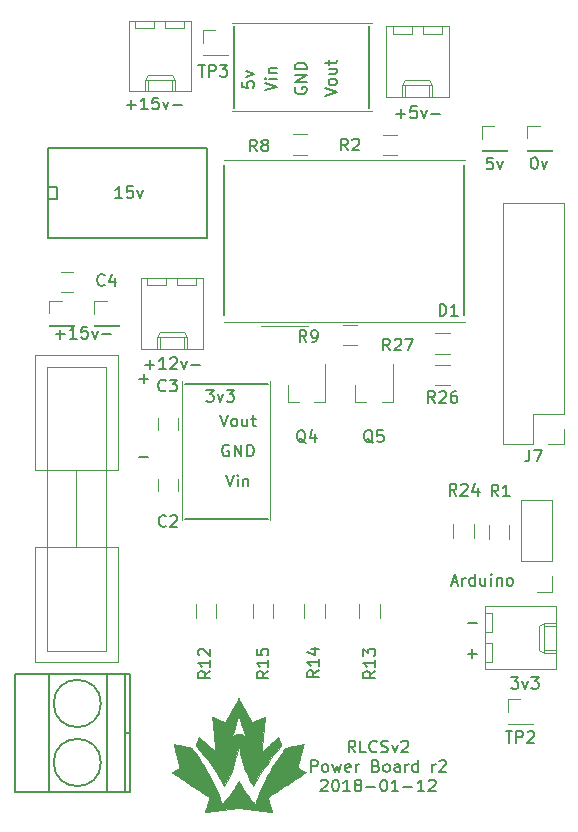
<source format=gto>
G04 #@! TF.FileFunction,Legend,Top*
%FSLAX46Y46*%
G04 Gerber Fmt 4.6, Leading zero omitted, Abs format (unit mm)*
G04 Created by KiCad (PCBNEW 4.0.6) date Tuesday, January 16, 2018 'PMt' 08:20:03 PM*
%MOMM*%
%LPD*%
G01*
G04 APERTURE LIST*
%ADD10C,0.100000*%
%ADD11C,0.150000*%
%ADD12C,0.120000*%
%ADD13C,0.010000*%
G04 APERTURE END LIST*
D10*
D11*
X135179762Y-123041667D02*
X135655953Y-123041667D01*
X135084524Y-123327381D02*
X135417857Y-122327381D01*
X135751191Y-123327381D01*
X136084524Y-123327381D02*
X136084524Y-122660714D01*
X136084524Y-122851190D02*
X136132143Y-122755952D01*
X136179762Y-122708333D01*
X136275000Y-122660714D01*
X136370239Y-122660714D01*
X137132144Y-123327381D02*
X137132144Y-122327381D01*
X137132144Y-123279762D02*
X137036906Y-123327381D01*
X136846429Y-123327381D01*
X136751191Y-123279762D01*
X136703572Y-123232143D01*
X136655953Y-123136905D01*
X136655953Y-122851190D01*
X136703572Y-122755952D01*
X136751191Y-122708333D01*
X136846429Y-122660714D01*
X137036906Y-122660714D01*
X137132144Y-122708333D01*
X138036906Y-122660714D02*
X138036906Y-123327381D01*
X137608334Y-122660714D02*
X137608334Y-123184524D01*
X137655953Y-123279762D01*
X137751191Y-123327381D01*
X137894049Y-123327381D01*
X137989287Y-123279762D01*
X138036906Y-123232143D01*
X138513096Y-123327381D02*
X138513096Y-122660714D01*
X138513096Y-122327381D02*
X138465477Y-122375000D01*
X138513096Y-122422619D01*
X138560715Y-122375000D01*
X138513096Y-122327381D01*
X138513096Y-122422619D01*
X138989286Y-122660714D02*
X138989286Y-123327381D01*
X138989286Y-122755952D02*
X139036905Y-122708333D01*
X139132143Y-122660714D01*
X139275001Y-122660714D01*
X139370239Y-122708333D01*
X139417858Y-122803571D01*
X139417858Y-123327381D01*
X140036905Y-123327381D02*
X139941667Y-123279762D01*
X139894048Y-123232143D01*
X139846429Y-123136905D01*
X139846429Y-122851190D01*
X139894048Y-122755952D01*
X139941667Y-122708333D01*
X140036905Y-122660714D01*
X140179763Y-122660714D01*
X140275001Y-122708333D01*
X140322620Y-122755952D01*
X140370239Y-122851190D01*
X140370239Y-123136905D01*
X140322620Y-123232143D01*
X140275001Y-123279762D01*
X140179763Y-123327381D01*
X140036905Y-123327381D01*
X101666667Y-102021429D02*
X102428572Y-102021429D01*
X102047620Y-102402381D02*
X102047620Y-101640476D01*
X103428572Y-102402381D02*
X102857143Y-102402381D01*
X103142857Y-102402381D02*
X103142857Y-101402381D01*
X103047619Y-101545238D01*
X102952381Y-101640476D01*
X102857143Y-101688095D01*
X104333334Y-101402381D02*
X103857143Y-101402381D01*
X103809524Y-101878571D01*
X103857143Y-101830952D01*
X103952381Y-101783333D01*
X104190477Y-101783333D01*
X104285715Y-101830952D01*
X104333334Y-101878571D01*
X104380953Y-101973810D01*
X104380953Y-102211905D01*
X104333334Y-102307143D01*
X104285715Y-102354762D01*
X104190477Y-102402381D01*
X103952381Y-102402381D01*
X103857143Y-102354762D01*
X103809524Y-102307143D01*
X104714286Y-101735714D02*
X104952381Y-102402381D01*
X105190477Y-101735714D01*
X105571429Y-102021429D02*
X106333334Y-102021429D01*
X138657143Y-87077381D02*
X138180952Y-87077381D01*
X138133333Y-87553571D01*
X138180952Y-87505952D01*
X138276190Y-87458333D01*
X138514286Y-87458333D01*
X138609524Y-87505952D01*
X138657143Y-87553571D01*
X138704762Y-87648810D01*
X138704762Y-87886905D01*
X138657143Y-87982143D01*
X138609524Y-88029762D01*
X138514286Y-88077381D01*
X138276190Y-88077381D01*
X138180952Y-88029762D01*
X138133333Y-87982143D01*
X139038095Y-87410714D02*
X139276190Y-88077381D01*
X139514286Y-87410714D01*
X142121428Y-87052381D02*
X142216667Y-87052381D01*
X142311905Y-87100000D01*
X142359524Y-87147619D01*
X142407143Y-87242857D01*
X142454762Y-87433333D01*
X142454762Y-87671429D01*
X142407143Y-87861905D01*
X142359524Y-87957143D01*
X142311905Y-88004762D01*
X142216667Y-88052381D01*
X142121428Y-88052381D01*
X142026190Y-88004762D01*
X141978571Y-87957143D01*
X141930952Y-87861905D01*
X141883333Y-87671429D01*
X141883333Y-87433333D01*
X141930952Y-87242857D01*
X141978571Y-87147619D01*
X142026190Y-87100000D01*
X142121428Y-87052381D01*
X142788095Y-87385714D02*
X143026190Y-88052381D01*
X143264286Y-87385714D01*
X114409524Y-106752381D02*
X115028572Y-106752381D01*
X114695238Y-107133333D01*
X114838096Y-107133333D01*
X114933334Y-107180952D01*
X114980953Y-107228571D01*
X115028572Y-107323810D01*
X115028572Y-107561905D01*
X114980953Y-107657143D01*
X114933334Y-107704762D01*
X114838096Y-107752381D01*
X114552381Y-107752381D01*
X114457143Y-107704762D01*
X114409524Y-107657143D01*
X115361905Y-107085714D02*
X115600000Y-107752381D01*
X115838096Y-107085714D01*
X116123810Y-106752381D02*
X116742858Y-106752381D01*
X116409524Y-107133333D01*
X116552382Y-107133333D01*
X116647620Y-107180952D01*
X116695239Y-107228571D01*
X116742858Y-107323810D01*
X116742858Y-107561905D01*
X116695239Y-107657143D01*
X116647620Y-107704762D01*
X116552382Y-107752381D01*
X116266667Y-107752381D01*
X116171429Y-107704762D01*
X116123810Y-107657143D01*
X117427381Y-80642857D02*
X117427381Y-81119048D01*
X117903571Y-81166667D01*
X117855952Y-81119048D01*
X117808333Y-81023810D01*
X117808333Y-80785714D01*
X117855952Y-80690476D01*
X117903571Y-80642857D01*
X117998810Y-80595238D01*
X118236905Y-80595238D01*
X118332143Y-80642857D01*
X118379762Y-80690476D01*
X118427381Y-80785714D01*
X118427381Y-81023810D01*
X118379762Y-81119048D01*
X118332143Y-81166667D01*
X117760714Y-80261905D02*
X118427381Y-80023810D01*
X117760714Y-79785714D01*
X107278572Y-90502381D02*
X106707143Y-90502381D01*
X106992857Y-90502381D02*
X106992857Y-89502381D01*
X106897619Y-89645238D01*
X106802381Y-89740476D01*
X106707143Y-89788095D01*
X108183334Y-89502381D02*
X107707143Y-89502381D01*
X107659524Y-89978571D01*
X107707143Y-89930952D01*
X107802381Y-89883333D01*
X108040477Y-89883333D01*
X108135715Y-89930952D01*
X108183334Y-89978571D01*
X108230953Y-90073810D01*
X108230953Y-90311905D01*
X108183334Y-90407143D01*
X108135715Y-90454762D01*
X108040477Y-90502381D01*
X107802381Y-90502381D01*
X107707143Y-90454762D01*
X107659524Y-90407143D01*
X108564286Y-89835714D02*
X108802381Y-90502381D01*
X109040477Y-89835714D01*
X109216667Y-104621429D02*
X109978572Y-104621429D01*
X109597620Y-105002381D02*
X109597620Y-104240476D01*
X110978572Y-105002381D02*
X110407143Y-105002381D01*
X110692857Y-105002381D02*
X110692857Y-104002381D01*
X110597619Y-104145238D01*
X110502381Y-104240476D01*
X110407143Y-104288095D01*
X111359524Y-104097619D02*
X111407143Y-104050000D01*
X111502381Y-104002381D01*
X111740477Y-104002381D01*
X111835715Y-104050000D01*
X111883334Y-104097619D01*
X111930953Y-104192857D01*
X111930953Y-104288095D01*
X111883334Y-104430952D01*
X111311905Y-105002381D01*
X111930953Y-105002381D01*
X112264286Y-104335714D02*
X112502381Y-105002381D01*
X112740477Y-104335714D01*
X113121429Y-104621429D02*
X113883334Y-104621429D01*
X127021429Y-137452381D02*
X126688095Y-136976190D01*
X126450000Y-137452381D02*
X126450000Y-136452381D01*
X126830953Y-136452381D01*
X126926191Y-136500000D01*
X126973810Y-136547619D01*
X127021429Y-136642857D01*
X127021429Y-136785714D01*
X126973810Y-136880952D01*
X126926191Y-136928571D01*
X126830953Y-136976190D01*
X126450000Y-136976190D01*
X127926191Y-137452381D02*
X127450000Y-137452381D01*
X127450000Y-136452381D01*
X128830953Y-137357143D02*
X128783334Y-137404762D01*
X128640477Y-137452381D01*
X128545239Y-137452381D01*
X128402381Y-137404762D01*
X128307143Y-137309524D01*
X128259524Y-137214286D01*
X128211905Y-137023810D01*
X128211905Y-136880952D01*
X128259524Y-136690476D01*
X128307143Y-136595238D01*
X128402381Y-136500000D01*
X128545239Y-136452381D01*
X128640477Y-136452381D01*
X128783334Y-136500000D01*
X128830953Y-136547619D01*
X129211905Y-137404762D02*
X129354762Y-137452381D01*
X129592858Y-137452381D01*
X129688096Y-137404762D01*
X129735715Y-137357143D01*
X129783334Y-137261905D01*
X129783334Y-137166667D01*
X129735715Y-137071429D01*
X129688096Y-137023810D01*
X129592858Y-136976190D01*
X129402381Y-136928571D01*
X129307143Y-136880952D01*
X129259524Y-136833333D01*
X129211905Y-136738095D01*
X129211905Y-136642857D01*
X129259524Y-136547619D01*
X129307143Y-136500000D01*
X129402381Y-136452381D01*
X129640477Y-136452381D01*
X129783334Y-136500000D01*
X130116667Y-136785714D02*
X130354762Y-137452381D01*
X130592858Y-136785714D01*
X130926191Y-136547619D02*
X130973810Y-136500000D01*
X131069048Y-136452381D01*
X131307144Y-136452381D01*
X131402382Y-136500000D01*
X131450001Y-136547619D01*
X131497620Y-136642857D01*
X131497620Y-136738095D01*
X131450001Y-136880952D01*
X130878572Y-137452381D01*
X131497620Y-137452381D01*
X123259523Y-139102381D02*
X123259523Y-138102381D01*
X123640476Y-138102381D01*
X123735714Y-138150000D01*
X123783333Y-138197619D01*
X123830952Y-138292857D01*
X123830952Y-138435714D01*
X123783333Y-138530952D01*
X123735714Y-138578571D01*
X123640476Y-138626190D01*
X123259523Y-138626190D01*
X124402380Y-139102381D02*
X124307142Y-139054762D01*
X124259523Y-139007143D01*
X124211904Y-138911905D01*
X124211904Y-138626190D01*
X124259523Y-138530952D01*
X124307142Y-138483333D01*
X124402380Y-138435714D01*
X124545238Y-138435714D01*
X124640476Y-138483333D01*
X124688095Y-138530952D01*
X124735714Y-138626190D01*
X124735714Y-138911905D01*
X124688095Y-139007143D01*
X124640476Y-139054762D01*
X124545238Y-139102381D01*
X124402380Y-139102381D01*
X125069047Y-138435714D02*
X125259523Y-139102381D01*
X125450000Y-138626190D01*
X125640476Y-139102381D01*
X125830952Y-138435714D01*
X126592857Y-139054762D02*
X126497619Y-139102381D01*
X126307142Y-139102381D01*
X126211904Y-139054762D01*
X126164285Y-138959524D01*
X126164285Y-138578571D01*
X126211904Y-138483333D01*
X126307142Y-138435714D01*
X126497619Y-138435714D01*
X126592857Y-138483333D01*
X126640476Y-138578571D01*
X126640476Y-138673810D01*
X126164285Y-138769048D01*
X127069047Y-139102381D02*
X127069047Y-138435714D01*
X127069047Y-138626190D02*
X127116666Y-138530952D01*
X127164285Y-138483333D01*
X127259523Y-138435714D01*
X127354762Y-138435714D01*
X128783334Y-138578571D02*
X128926191Y-138626190D01*
X128973810Y-138673810D01*
X129021429Y-138769048D01*
X129021429Y-138911905D01*
X128973810Y-139007143D01*
X128926191Y-139054762D01*
X128830953Y-139102381D01*
X128450000Y-139102381D01*
X128450000Y-138102381D01*
X128783334Y-138102381D01*
X128878572Y-138150000D01*
X128926191Y-138197619D01*
X128973810Y-138292857D01*
X128973810Y-138388095D01*
X128926191Y-138483333D01*
X128878572Y-138530952D01*
X128783334Y-138578571D01*
X128450000Y-138578571D01*
X129592857Y-139102381D02*
X129497619Y-139054762D01*
X129450000Y-139007143D01*
X129402381Y-138911905D01*
X129402381Y-138626190D01*
X129450000Y-138530952D01*
X129497619Y-138483333D01*
X129592857Y-138435714D01*
X129735715Y-138435714D01*
X129830953Y-138483333D01*
X129878572Y-138530952D01*
X129926191Y-138626190D01*
X129926191Y-138911905D01*
X129878572Y-139007143D01*
X129830953Y-139054762D01*
X129735715Y-139102381D01*
X129592857Y-139102381D01*
X130783334Y-139102381D02*
X130783334Y-138578571D01*
X130735715Y-138483333D01*
X130640477Y-138435714D01*
X130450000Y-138435714D01*
X130354762Y-138483333D01*
X130783334Y-139054762D02*
X130688096Y-139102381D01*
X130450000Y-139102381D01*
X130354762Y-139054762D01*
X130307143Y-138959524D01*
X130307143Y-138864286D01*
X130354762Y-138769048D01*
X130450000Y-138721429D01*
X130688096Y-138721429D01*
X130783334Y-138673810D01*
X131259524Y-139102381D02*
X131259524Y-138435714D01*
X131259524Y-138626190D02*
X131307143Y-138530952D01*
X131354762Y-138483333D01*
X131450000Y-138435714D01*
X131545239Y-138435714D01*
X132307144Y-139102381D02*
X132307144Y-138102381D01*
X132307144Y-139054762D02*
X132211906Y-139102381D01*
X132021429Y-139102381D01*
X131926191Y-139054762D01*
X131878572Y-139007143D01*
X131830953Y-138911905D01*
X131830953Y-138626190D01*
X131878572Y-138530952D01*
X131926191Y-138483333D01*
X132021429Y-138435714D01*
X132211906Y-138435714D01*
X132307144Y-138483333D01*
X133545239Y-139102381D02*
X133545239Y-138435714D01*
X133545239Y-138626190D02*
X133592858Y-138530952D01*
X133640477Y-138483333D01*
X133735715Y-138435714D01*
X133830954Y-138435714D01*
X134116668Y-138197619D02*
X134164287Y-138150000D01*
X134259525Y-138102381D01*
X134497621Y-138102381D01*
X134592859Y-138150000D01*
X134640478Y-138197619D01*
X134688097Y-138292857D01*
X134688097Y-138388095D01*
X134640478Y-138530952D01*
X134069049Y-139102381D01*
X134688097Y-139102381D01*
X124092857Y-139847619D02*
X124140476Y-139800000D01*
X124235714Y-139752381D01*
X124473810Y-139752381D01*
X124569048Y-139800000D01*
X124616667Y-139847619D01*
X124664286Y-139942857D01*
X124664286Y-140038095D01*
X124616667Y-140180952D01*
X124045238Y-140752381D01*
X124664286Y-140752381D01*
X125283333Y-139752381D02*
X125378572Y-139752381D01*
X125473810Y-139800000D01*
X125521429Y-139847619D01*
X125569048Y-139942857D01*
X125616667Y-140133333D01*
X125616667Y-140371429D01*
X125569048Y-140561905D01*
X125521429Y-140657143D01*
X125473810Y-140704762D01*
X125378572Y-140752381D01*
X125283333Y-140752381D01*
X125188095Y-140704762D01*
X125140476Y-140657143D01*
X125092857Y-140561905D01*
X125045238Y-140371429D01*
X125045238Y-140133333D01*
X125092857Y-139942857D01*
X125140476Y-139847619D01*
X125188095Y-139800000D01*
X125283333Y-139752381D01*
X126569048Y-140752381D02*
X125997619Y-140752381D01*
X126283333Y-140752381D02*
X126283333Y-139752381D01*
X126188095Y-139895238D01*
X126092857Y-139990476D01*
X125997619Y-140038095D01*
X127140476Y-140180952D02*
X127045238Y-140133333D01*
X126997619Y-140085714D01*
X126950000Y-139990476D01*
X126950000Y-139942857D01*
X126997619Y-139847619D01*
X127045238Y-139800000D01*
X127140476Y-139752381D01*
X127330953Y-139752381D01*
X127426191Y-139800000D01*
X127473810Y-139847619D01*
X127521429Y-139942857D01*
X127521429Y-139990476D01*
X127473810Y-140085714D01*
X127426191Y-140133333D01*
X127330953Y-140180952D01*
X127140476Y-140180952D01*
X127045238Y-140228571D01*
X126997619Y-140276190D01*
X126950000Y-140371429D01*
X126950000Y-140561905D01*
X126997619Y-140657143D01*
X127045238Y-140704762D01*
X127140476Y-140752381D01*
X127330953Y-140752381D01*
X127426191Y-140704762D01*
X127473810Y-140657143D01*
X127521429Y-140561905D01*
X127521429Y-140371429D01*
X127473810Y-140276190D01*
X127426191Y-140228571D01*
X127330953Y-140180952D01*
X127950000Y-140371429D02*
X128711905Y-140371429D01*
X129378571Y-139752381D02*
X129473810Y-139752381D01*
X129569048Y-139800000D01*
X129616667Y-139847619D01*
X129664286Y-139942857D01*
X129711905Y-140133333D01*
X129711905Y-140371429D01*
X129664286Y-140561905D01*
X129616667Y-140657143D01*
X129569048Y-140704762D01*
X129473810Y-140752381D01*
X129378571Y-140752381D01*
X129283333Y-140704762D01*
X129235714Y-140657143D01*
X129188095Y-140561905D01*
X129140476Y-140371429D01*
X129140476Y-140133333D01*
X129188095Y-139942857D01*
X129235714Y-139847619D01*
X129283333Y-139800000D01*
X129378571Y-139752381D01*
X130664286Y-140752381D02*
X130092857Y-140752381D01*
X130378571Y-140752381D02*
X130378571Y-139752381D01*
X130283333Y-139895238D01*
X130188095Y-139990476D01*
X130092857Y-140038095D01*
X131092857Y-140371429D02*
X131854762Y-140371429D01*
X132854762Y-140752381D02*
X132283333Y-140752381D01*
X132569047Y-140752381D02*
X132569047Y-139752381D01*
X132473809Y-139895238D01*
X132378571Y-139990476D01*
X132283333Y-140038095D01*
X133235714Y-139847619D02*
X133283333Y-139800000D01*
X133378571Y-139752381D01*
X133616667Y-139752381D01*
X133711905Y-139800000D01*
X133759524Y-139847619D01*
X133807143Y-139942857D01*
X133807143Y-140038095D01*
X133759524Y-140180952D01*
X133188095Y-140752381D01*
X133807143Y-140752381D01*
X108719048Y-105821429D02*
X109480953Y-105821429D01*
X109100001Y-106202381D02*
X109100001Y-105440476D01*
X108719048Y-112421429D02*
X109480953Y-112421429D01*
X130492857Y-83371429D02*
X131254762Y-83371429D01*
X130873810Y-83752381D02*
X130873810Y-82990476D01*
X132207143Y-82752381D02*
X131730952Y-82752381D01*
X131683333Y-83228571D01*
X131730952Y-83180952D01*
X131826190Y-83133333D01*
X132064286Y-83133333D01*
X132159524Y-83180952D01*
X132207143Y-83228571D01*
X132254762Y-83323810D01*
X132254762Y-83561905D01*
X132207143Y-83657143D01*
X132159524Y-83704762D01*
X132064286Y-83752381D01*
X131826190Y-83752381D01*
X131730952Y-83704762D01*
X131683333Y-83657143D01*
X132588095Y-83085714D02*
X132826190Y-83752381D01*
X133064286Y-83085714D01*
X133445238Y-83371429D02*
X134207143Y-83371429D01*
X140209524Y-131052381D02*
X140828572Y-131052381D01*
X140495238Y-131433333D01*
X140638096Y-131433333D01*
X140733334Y-131480952D01*
X140780953Y-131528571D01*
X140828572Y-131623810D01*
X140828572Y-131861905D01*
X140780953Y-131957143D01*
X140733334Y-132004762D01*
X140638096Y-132052381D01*
X140352381Y-132052381D01*
X140257143Y-132004762D01*
X140209524Y-131957143D01*
X141161905Y-131385714D02*
X141400000Y-132052381D01*
X141638096Y-131385714D01*
X141923810Y-131052381D02*
X142542858Y-131052381D01*
X142209524Y-131433333D01*
X142352382Y-131433333D01*
X142447620Y-131480952D01*
X142495239Y-131528571D01*
X142542858Y-131623810D01*
X142542858Y-131861905D01*
X142495239Y-131957143D01*
X142447620Y-132004762D01*
X142352382Y-132052381D01*
X142066667Y-132052381D01*
X141971429Y-132004762D01*
X141923810Y-131957143D01*
X107666667Y-82621429D02*
X108428572Y-82621429D01*
X108047620Y-83002381D02*
X108047620Y-82240476D01*
X109428572Y-83002381D02*
X108857143Y-83002381D01*
X109142857Y-83002381D02*
X109142857Y-82002381D01*
X109047619Y-82145238D01*
X108952381Y-82240476D01*
X108857143Y-82288095D01*
X110333334Y-82002381D02*
X109857143Y-82002381D01*
X109809524Y-82478571D01*
X109857143Y-82430952D01*
X109952381Y-82383333D01*
X110190477Y-82383333D01*
X110285715Y-82430952D01*
X110333334Y-82478571D01*
X110380953Y-82573810D01*
X110380953Y-82811905D01*
X110333334Y-82907143D01*
X110285715Y-82954762D01*
X110190477Y-83002381D01*
X109952381Y-83002381D01*
X109857143Y-82954762D01*
X109809524Y-82907143D01*
X110714286Y-82335714D02*
X110952381Y-83002381D01*
X111190477Y-82335714D01*
X111571429Y-82621429D02*
X112333334Y-82621429D01*
X136519048Y-126471429D02*
X137280953Y-126471429D01*
X136519048Y-129071429D02*
X137280953Y-129071429D01*
X136900001Y-129452381D02*
X136900001Y-128690476D01*
X134161905Y-100477381D02*
X134161905Y-99477381D01*
X134400000Y-99477381D01*
X134542858Y-99525000D01*
X134638096Y-99620238D01*
X134685715Y-99715476D01*
X134733334Y-99905952D01*
X134733334Y-100048810D01*
X134685715Y-100239286D01*
X134638096Y-100334524D01*
X134542858Y-100429762D01*
X134400000Y-100477381D01*
X134161905Y-100477381D01*
X135685715Y-100477381D02*
X135114286Y-100477381D01*
X135400000Y-100477381D02*
X135400000Y-99477381D01*
X135304762Y-99620238D01*
X135209524Y-99715476D01*
X135114286Y-99763095D01*
D12*
X103400000Y-113575000D02*
X103400000Y-120075000D01*
X99900000Y-113575000D02*
X106900000Y-113575000D01*
X106900000Y-104825000D02*
X106900000Y-113575000D01*
X99900000Y-104825000D02*
X99900000Y-113575000D01*
X105900000Y-127575000D02*
X105900000Y-128825000D01*
X100900000Y-127325000D02*
X100900000Y-128825000D01*
X105900000Y-115325000D02*
X105900000Y-127575000D01*
X100900000Y-115575000D02*
X100900000Y-127325000D01*
X105900000Y-104825000D02*
X105900000Y-115325000D01*
X100900000Y-104825000D02*
X100900000Y-115575000D01*
X100900000Y-104825000D02*
X105900000Y-104825000D01*
X99900000Y-103825000D02*
X99900000Y-104825000D01*
X99900000Y-103825000D02*
X106900000Y-103825000D01*
X106900000Y-103825000D02*
X106900000Y-104825000D01*
X100900000Y-128825000D02*
X105900000Y-128825000D01*
X99900000Y-120075000D02*
X99900000Y-129825000D01*
X99900000Y-129825000D02*
X106900000Y-129825000D01*
X106900000Y-120075000D02*
X106900000Y-129825000D01*
X99900000Y-120075000D02*
X106900000Y-120075000D01*
D11*
X112630000Y-106220000D02*
X119615000Y-106220000D01*
X112630000Y-117650000D02*
X119615000Y-117650000D01*
D12*
X119810000Y-117785000D02*
X119810000Y-105985000D01*
X112380000Y-105985000D02*
X112380000Y-117785000D01*
X135000000Y-103680000D02*
X133800000Y-103680000D01*
X133800000Y-101920000D02*
X135000000Y-101920000D01*
D11*
X115920000Y-100370000D02*
X115920000Y-87670000D01*
X136240000Y-87670000D02*
X136240000Y-100370000D01*
X136240000Y-100370000D02*
X136240000Y-87670000D01*
X136240000Y-87670000D02*
X136240000Y-100370000D01*
X136240000Y-100370000D02*
X136240000Y-87670000D01*
X136240000Y-87670000D02*
X136240000Y-100370000D01*
X136240000Y-100370000D02*
X136240000Y-87670000D01*
D12*
X119000000Y-101350000D02*
X123000000Y-101350000D01*
X115860000Y-87270000D02*
X136300000Y-87270000D01*
X136300000Y-100970000D02*
X115860000Y-100970000D01*
D11*
X128155000Y-75930000D02*
X128155000Y-82915000D01*
X116725000Y-75930000D02*
X116725000Y-82915000D01*
D12*
X116590000Y-83110000D02*
X128390000Y-83110000D01*
X128390000Y-75680000D02*
X116590000Y-75680000D01*
X110300000Y-114300000D02*
X110300000Y-115300000D01*
X112000000Y-115300000D02*
X112000000Y-114300000D01*
X111975000Y-110125000D02*
X111975000Y-109125000D01*
X110275000Y-109125000D02*
X110275000Y-110125000D01*
D11*
X107475000Y-135800000D02*
X107975000Y-135800000D01*
X105475000Y-133300000D02*
G75*
G03X105475000Y-133300000I-2000000J0D01*
G01*
X105475000Y-138300000D02*
G75*
G03X105475000Y-138300000I-2000000J0D01*
G01*
X105975000Y-140800000D02*
X105975000Y-130800000D01*
X101075000Y-140800000D02*
X101075000Y-130800000D01*
X107475000Y-140800000D02*
X107475000Y-130800000D01*
X107975000Y-140800000D02*
X107975000Y-130800000D01*
X107975000Y-130800000D02*
X98175000Y-130800000D01*
X98175000Y-130800000D02*
X98175000Y-140800000D01*
X98175000Y-140800000D02*
X107975000Y-140800000D01*
D12*
X143705000Y-116090000D02*
X141045000Y-116090000D01*
X143705000Y-121230000D02*
X143705000Y-116090000D01*
X141045000Y-121230000D02*
X141045000Y-116090000D01*
X143705000Y-121230000D02*
X141045000Y-121230000D01*
X143705000Y-122500000D02*
X143705000Y-123830000D01*
X143705000Y-123830000D02*
X142375000Y-123830000D01*
X138295000Y-119350000D02*
X138295000Y-118150000D01*
X140055000Y-118150000D02*
X140055000Y-119350000D01*
X129375000Y-85145000D02*
X130575000Y-85145000D01*
X130575000Y-86905000D02*
X129375000Y-86905000D01*
X121750000Y-85120000D02*
X122950000Y-85120000D01*
X122950000Y-86880000D02*
X121750000Y-86880000D01*
X126000000Y-101220000D02*
X127200000Y-101220000D01*
X127200000Y-102980000D02*
X126000000Y-102980000D01*
X137030000Y-118100000D02*
X137030000Y-119300000D01*
X135270000Y-119300000D02*
X135270000Y-118100000D01*
X141565000Y-86450000D02*
X141565000Y-86510000D01*
X141565000Y-86510000D02*
X143685000Y-86510000D01*
X143685000Y-86510000D02*
X143685000Y-86450000D01*
X143685000Y-86450000D02*
X141565000Y-86450000D01*
X141565000Y-85450000D02*
X141565000Y-84390000D01*
X141565000Y-84390000D02*
X142625000Y-84390000D01*
X137740000Y-86475000D02*
X137740000Y-86535000D01*
X137740000Y-86535000D02*
X139860000Y-86535000D01*
X139860000Y-86535000D02*
X139860000Y-86475000D01*
X139860000Y-86475000D02*
X137740000Y-86475000D01*
X137740000Y-85475000D02*
X137740000Y-84415000D01*
X137740000Y-84415000D02*
X138800000Y-84415000D01*
X139940000Y-135000000D02*
X139940000Y-135060000D01*
X139940000Y-135060000D02*
X142060000Y-135060000D01*
X142060000Y-135060000D02*
X142060000Y-135000000D01*
X142060000Y-135000000D02*
X139940000Y-135000000D01*
X139940000Y-134000000D02*
X139940000Y-132940000D01*
X139940000Y-132940000D02*
X141000000Y-132940000D01*
X114115000Y-78375000D02*
X114115000Y-78435000D01*
X114115000Y-78435000D02*
X116235000Y-78435000D01*
X116235000Y-78435000D02*
X116235000Y-78375000D01*
X116235000Y-78375000D02*
X114115000Y-78375000D01*
X114115000Y-77375000D02*
X114115000Y-76315000D01*
X114115000Y-76315000D02*
X115175000Y-76315000D01*
X101090000Y-101250000D02*
X101090000Y-101310000D01*
X101090000Y-101310000D02*
X103210000Y-101310000D01*
X103210000Y-101310000D02*
X103210000Y-101250000D01*
X103210000Y-101250000D02*
X101090000Y-101250000D01*
X101090000Y-100250000D02*
X101090000Y-99190000D01*
X101090000Y-99190000D02*
X102150000Y-99190000D01*
X137980000Y-130370000D02*
X143980000Y-130370000D01*
X143980000Y-130370000D02*
X143980000Y-125090000D01*
X143980000Y-125090000D02*
X137980000Y-125090000D01*
X137980000Y-125090000D02*
X137980000Y-130370000D01*
X143980000Y-129000000D02*
X142980000Y-129000000D01*
X142980000Y-129000000D02*
X142980000Y-126460000D01*
X142980000Y-126460000D02*
X143980000Y-126460000D01*
X142980000Y-129000000D02*
X142550000Y-128750000D01*
X142550000Y-128750000D02*
X142550000Y-126710000D01*
X142550000Y-126710000D02*
X142980000Y-126460000D01*
X143980000Y-128750000D02*
X142980000Y-128750000D01*
X143980000Y-126710000D02*
X142980000Y-126710000D01*
X137980000Y-129800000D02*
X138600000Y-129800000D01*
X138600000Y-129800000D02*
X138600000Y-128200000D01*
X138600000Y-128200000D02*
X137980000Y-128200000D01*
X137980000Y-127260000D02*
X138600000Y-127260000D01*
X138600000Y-127260000D02*
X138600000Y-125660000D01*
X138600000Y-125660000D02*
X137980000Y-125660000D01*
X129630000Y-75980000D02*
X129630000Y-81980000D01*
X129630000Y-81980000D02*
X134910000Y-81980000D01*
X134910000Y-81980000D02*
X134910000Y-75980000D01*
X134910000Y-75980000D02*
X129630000Y-75980000D01*
X131000000Y-81980000D02*
X131000000Y-80980000D01*
X131000000Y-80980000D02*
X133540000Y-80980000D01*
X133540000Y-80980000D02*
X133540000Y-81980000D01*
X131000000Y-80980000D02*
X131250000Y-80550000D01*
X131250000Y-80550000D02*
X133290000Y-80550000D01*
X133290000Y-80550000D02*
X133540000Y-80980000D01*
X131250000Y-81980000D02*
X131250000Y-80980000D01*
X133290000Y-81980000D02*
X133290000Y-80980000D01*
X130200000Y-75980000D02*
X130200000Y-76600000D01*
X130200000Y-76600000D02*
X131800000Y-76600000D01*
X131800000Y-76600000D02*
X131800000Y-75980000D01*
X132740000Y-75980000D02*
X132740000Y-76600000D01*
X132740000Y-76600000D02*
X134340000Y-76600000D01*
X134340000Y-76600000D02*
X134340000Y-75980000D01*
X107830000Y-75480000D02*
X107830000Y-81480000D01*
X107830000Y-81480000D02*
X113110000Y-81480000D01*
X113110000Y-81480000D02*
X113110000Y-75480000D01*
X113110000Y-75480000D02*
X107830000Y-75480000D01*
X109200000Y-81480000D02*
X109200000Y-80480000D01*
X109200000Y-80480000D02*
X111740000Y-80480000D01*
X111740000Y-80480000D02*
X111740000Y-81480000D01*
X109200000Y-80480000D02*
X109450000Y-80050000D01*
X109450000Y-80050000D02*
X111490000Y-80050000D01*
X111490000Y-80050000D02*
X111740000Y-80480000D01*
X109450000Y-81480000D02*
X109450000Y-80480000D01*
X111490000Y-81480000D02*
X111490000Y-80480000D01*
X108400000Y-75480000D02*
X108400000Y-76100000D01*
X108400000Y-76100000D02*
X110000000Y-76100000D01*
X110000000Y-76100000D02*
X110000000Y-75480000D01*
X110940000Y-75480000D02*
X110940000Y-76100000D01*
X110940000Y-76100000D02*
X112540000Y-76100000D01*
X112540000Y-76100000D02*
X112540000Y-75480000D01*
X135000000Y-106380000D02*
X133800000Y-106380000D01*
X133800000Y-104620000D02*
X135000000Y-104620000D01*
D13*
G36*
X111651589Y-136748742D02*
X111695700Y-136756567D01*
X111764865Y-136769411D01*
X111856040Y-136786692D01*
X111966179Y-136807829D01*
X112092239Y-136832242D01*
X112231175Y-136859348D01*
X112379943Y-136888568D01*
X112382495Y-136889071D01*
X112566325Y-136925548D01*
X112720989Y-136956820D01*
X112848559Y-136983358D01*
X112951105Y-137005634D01*
X113030701Y-137024119D01*
X113089419Y-137039283D01*
X113129329Y-137051598D01*
X113152505Y-137061536D01*
X113158138Y-137065458D01*
X113186589Y-137096078D01*
X113230280Y-137149525D01*
X113286675Y-137222321D01*
X113353234Y-137310986D01*
X113427422Y-137412043D01*
X113506700Y-137522011D01*
X113588530Y-137637414D01*
X113670375Y-137754771D01*
X113749696Y-137870605D01*
X113799560Y-137944720D01*
X114035141Y-138307668D01*
X114265951Y-138682801D01*
X114489367Y-139065259D01*
X114702764Y-139450183D01*
X114903521Y-139832713D01*
X115089014Y-140207989D01*
X115256619Y-140571151D01*
X115402158Y-140913500D01*
X115438850Y-141007061D01*
X115478734Y-141113841D01*
X115519936Y-141228315D01*
X115560587Y-141344957D01*
X115598813Y-141458244D01*
X115632743Y-141562651D01*
X115660506Y-141652652D01*
X115680230Y-141722725D01*
X115688698Y-141759286D01*
X115698412Y-141797252D01*
X115708617Y-141817394D01*
X115710798Y-141818375D01*
X115726032Y-141806877D01*
X115758696Y-141774729D01*
X115805628Y-141725451D01*
X115863669Y-141662562D01*
X115929660Y-141589581D01*
X116000439Y-141510027D01*
X116072846Y-141427419D01*
X116143722Y-141345277D01*
X116209906Y-141267119D01*
X116258236Y-141208745D01*
X116406249Y-141021913D01*
X116542549Y-140837091D01*
X116671982Y-140647039D01*
X116799390Y-140444515D01*
X116929618Y-140222276D01*
X116989975Y-140114729D01*
X117034919Y-140035537D01*
X117075190Y-139968034D01*
X117108164Y-139916338D01*
X117131221Y-139884569D01*
X117141559Y-139876604D01*
X117153574Y-139894988D01*
X117177109Y-139935369D01*
X117208733Y-139991736D01*
X117244030Y-140056250D01*
X117419483Y-140366226D01*
X117597781Y-140651596D01*
X117783619Y-140919449D01*
X117981694Y-141176876D01*
X118006331Y-141207187D01*
X118066655Y-141279854D01*
X118134188Y-141359309D01*
X118205779Y-141442039D01*
X118278274Y-141524535D01*
X118348523Y-141603286D01*
X118413372Y-141674779D01*
X118469669Y-141735506D01*
X118514263Y-141781953D01*
X118544000Y-141810612D01*
X118555076Y-141818375D01*
X118564761Y-141804474D01*
X118574984Y-141770000D01*
X118577176Y-141759286D01*
X118589529Y-141708079D01*
X118611345Y-141632739D01*
X118640753Y-141538791D01*
X118675880Y-141431759D01*
X118714856Y-141317167D01*
X118755809Y-141200540D01*
X118796866Y-141087404D01*
X118836157Y-140983282D01*
X118863716Y-140913500D01*
X119008154Y-140573785D01*
X119172783Y-140216906D01*
X119354961Y-139847756D01*
X119552048Y-139471231D01*
X119761400Y-139092227D01*
X119980376Y-138715639D01*
X120206334Y-138346361D01*
X120436631Y-137989291D01*
X120464738Y-137947039D01*
X120540892Y-137834281D01*
X120621268Y-137717645D01*
X120703333Y-137600605D01*
X120784554Y-137486636D01*
X120862398Y-137379210D01*
X120934334Y-137281801D01*
X120997827Y-137197883D01*
X121050347Y-137130930D01*
X121089359Y-137084416D01*
X121107042Y-137066085D01*
X121123816Y-137057032D01*
X121157772Y-137045524D01*
X121210847Y-137031121D01*
X121284976Y-137013383D01*
X121382095Y-136991872D01*
X121504140Y-136966147D01*
X121653047Y-136935770D01*
X121830751Y-136900302D01*
X121882686Y-136890039D01*
X122031662Y-136860738D01*
X122170859Y-136833529D01*
X122297234Y-136808995D01*
X122407743Y-136787718D01*
X122499345Y-136770282D01*
X122568995Y-136757269D01*
X122613652Y-136749262D01*
X122630272Y-136746843D01*
X122630298Y-136746856D01*
X122627079Y-136762140D01*
X122616783Y-136805034D01*
X122600208Y-136872389D01*
X122578153Y-136961056D01*
X122551417Y-137067888D01*
X122520799Y-137189736D01*
X122487096Y-137323451D01*
X122451109Y-137465886D01*
X122413636Y-137613892D01*
X122375475Y-137764321D01*
X122337426Y-137914025D01*
X122300286Y-138059854D01*
X122264855Y-138198662D01*
X122231931Y-138327299D01*
X122202313Y-138442618D01*
X122176801Y-138541469D01*
X122156191Y-138620706D01*
X122141284Y-138677178D01*
X122132878Y-138707739D01*
X122132515Y-138708954D01*
X122136370Y-138721046D01*
X122155310Y-138739425D01*
X122191789Y-138765702D01*
X122248265Y-138801489D01*
X122327191Y-138848397D01*
X122431025Y-138908039D01*
X122466467Y-138928128D01*
X122560522Y-138981790D01*
X122644676Y-139030711D01*
X122715189Y-139072643D01*
X122768324Y-139105336D01*
X122800340Y-139126545D01*
X122808250Y-139133629D01*
X122795216Y-139143693D01*
X122757198Y-139170009D01*
X122695818Y-139211507D01*
X122612698Y-139267113D01*
X122509460Y-139335758D01*
X122387728Y-139416368D01*
X122249124Y-139507874D01*
X122095269Y-139609203D01*
X121927787Y-139719283D01*
X121748301Y-139837044D01*
X121558432Y-139961414D01*
X121359803Y-140091321D01*
X121205059Y-140192393D01*
X121000863Y-140325816D01*
X120804200Y-140454568D01*
X120616693Y-140577570D01*
X120439965Y-140693748D01*
X120275639Y-140802027D01*
X120125340Y-140901330D01*
X119990691Y-140990583D01*
X119873314Y-141068708D01*
X119774834Y-141134631D01*
X119696875Y-141187277D01*
X119641058Y-141225568D01*
X119609009Y-141248431D01*
X119601545Y-141254812D01*
X119606125Y-141272952D01*
X119619329Y-141318036D01*
X119640140Y-141386758D01*
X119667536Y-141475810D01*
X119700500Y-141581888D01*
X119738012Y-141701684D01*
X119779052Y-141831893D01*
X119793830Y-141878583D01*
X119835550Y-142011294D01*
X119873656Y-142134517D01*
X119907185Y-142244990D01*
X119935176Y-142339450D01*
X119956666Y-142414635D01*
X119970695Y-142467280D01*
X119976300Y-142494125D01*
X119976082Y-142496834D01*
X119959146Y-142496505D01*
X119912941Y-142492581D01*
X119839714Y-142485313D01*
X119741711Y-142474954D01*
X119621181Y-142461756D01*
X119480370Y-142445970D01*
X119321524Y-142427848D01*
X119146892Y-142407643D01*
X118958719Y-142385606D01*
X118759254Y-142361990D01*
X118550742Y-142337045D01*
X118549331Y-142336875D01*
X117132937Y-142166561D01*
X115745568Y-142333780D01*
X115538437Y-142358696D01*
X115339827Y-142382488D01*
X115152069Y-142404884D01*
X114977494Y-142425610D01*
X114818431Y-142444393D01*
X114677211Y-142460960D01*
X114556164Y-142475035D01*
X114457621Y-142486348D01*
X114383911Y-142494623D01*
X114337365Y-142499587D01*
X114320787Y-142501000D01*
X114292045Y-142496235D01*
X114283375Y-142487824D01*
X114288024Y-142470273D01*
X114301286Y-142425779D01*
X114322137Y-142357650D01*
X114349548Y-142269194D01*
X114382493Y-142163719D01*
X114419946Y-142044532D01*
X114460880Y-141914942D01*
X114473875Y-141873937D01*
X114515689Y-141741655D01*
X114554324Y-141618605D01*
X114588752Y-141508122D01*
X114617946Y-141413542D01*
X114640877Y-141338202D01*
X114656517Y-141285438D01*
X114663839Y-141258584D01*
X114664260Y-141256082D01*
X114651209Y-141245386D01*
X114613167Y-141218454D01*
X114551758Y-141176362D01*
X114468605Y-141120187D01*
X114365331Y-141051007D01*
X114243559Y-140969898D01*
X114104913Y-140877938D01*
X113951015Y-140776204D01*
X113783489Y-140665773D01*
X113603959Y-140547723D01*
X113414046Y-140423129D01*
X113215375Y-140293070D01*
X113060885Y-140192119D01*
X112856722Y-140058718D01*
X112660094Y-139930050D01*
X112472622Y-139807186D01*
X112295930Y-139691199D01*
X112131638Y-139583159D01*
X111981371Y-139484138D01*
X111846748Y-139395206D01*
X111729394Y-139317436D01*
X111630931Y-139251898D01*
X111552979Y-139199664D01*
X111497163Y-139161805D01*
X111465103Y-139139392D01*
X111457625Y-139133355D01*
X111470866Y-139122580D01*
X111508097Y-139098584D01*
X111565581Y-139063612D01*
X111639577Y-139019909D01*
X111726349Y-138969720D01*
X111799407Y-138928128D01*
X111910992Y-138864456D01*
X111996952Y-138813989D01*
X112059741Y-138775115D01*
X112101817Y-138746223D01*
X112125633Y-138725700D01*
X112133647Y-138711936D01*
X112133359Y-138708954D01*
X112125448Y-138680399D01*
X112110980Y-138625700D01*
X112090752Y-138548003D01*
X112065564Y-138450459D01*
X112036213Y-138336216D01*
X112003500Y-138208422D01*
X111968221Y-138070226D01*
X111931177Y-137924777D01*
X111893165Y-137775223D01*
X111854985Y-137624713D01*
X111817435Y-137476396D01*
X111781313Y-137333420D01*
X111747419Y-137198934D01*
X111716551Y-137076087D01*
X111689507Y-136968026D01*
X111667087Y-136877902D01*
X111650089Y-136808862D01*
X111639312Y-136764055D01*
X111635554Y-136746630D01*
X111635576Y-136746515D01*
X111651589Y-136748742D01*
X111651589Y-136748742D01*
G37*
X111651589Y-136748742D02*
X111695700Y-136756567D01*
X111764865Y-136769411D01*
X111856040Y-136786692D01*
X111966179Y-136807829D01*
X112092239Y-136832242D01*
X112231175Y-136859348D01*
X112379943Y-136888568D01*
X112382495Y-136889071D01*
X112566325Y-136925548D01*
X112720989Y-136956820D01*
X112848559Y-136983358D01*
X112951105Y-137005634D01*
X113030701Y-137024119D01*
X113089419Y-137039283D01*
X113129329Y-137051598D01*
X113152505Y-137061536D01*
X113158138Y-137065458D01*
X113186589Y-137096078D01*
X113230280Y-137149525D01*
X113286675Y-137222321D01*
X113353234Y-137310986D01*
X113427422Y-137412043D01*
X113506700Y-137522011D01*
X113588530Y-137637414D01*
X113670375Y-137754771D01*
X113749696Y-137870605D01*
X113799560Y-137944720D01*
X114035141Y-138307668D01*
X114265951Y-138682801D01*
X114489367Y-139065259D01*
X114702764Y-139450183D01*
X114903521Y-139832713D01*
X115089014Y-140207989D01*
X115256619Y-140571151D01*
X115402158Y-140913500D01*
X115438850Y-141007061D01*
X115478734Y-141113841D01*
X115519936Y-141228315D01*
X115560587Y-141344957D01*
X115598813Y-141458244D01*
X115632743Y-141562651D01*
X115660506Y-141652652D01*
X115680230Y-141722725D01*
X115688698Y-141759286D01*
X115698412Y-141797252D01*
X115708617Y-141817394D01*
X115710798Y-141818375D01*
X115726032Y-141806877D01*
X115758696Y-141774729D01*
X115805628Y-141725451D01*
X115863669Y-141662562D01*
X115929660Y-141589581D01*
X116000439Y-141510027D01*
X116072846Y-141427419D01*
X116143722Y-141345277D01*
X116209906Y-141267119D01*
X116258236Y-141208745D01*
X116406249Y-141021913D01*
X116542549Y-140837091D01*
X116671982Y-140647039D01*
X116799390Y-140444515D01*
X116929618Y-140222276D01*
X116989975Y-140114729D01*
X117034919Y-140035537D01*
X117075190Y-139968034D01*
X117108164Y-139916338D01*
X117131221Y-139884569D01*
X117141559Y-139876604D01*
X117153574Y-139894988D01*
X117177109Y-139935369D01*
X117208733Y-139991736D01*
X117244030Y-140056250D01*
X117419483Y-140366226D01*
X117597781Y-140651596D01*
X117783619Y-140919449D01*
X117981694Y-141176876D01*
X118006331Y-141207187D01*
X118066655Y-141279854D01*
X118134188Y-141359309D01*
X118205779Y-141442039D01*
X118278274Y-141524535D01*
X118348523Y-141603286D01*
X118413372Y-141674779D01*
X118469669Y-141735506D01*
X118514263Y-141781953D01*
X118544000Y-141810612D01*
X118555076Y-141818375D01*
X118564761Y-141804474D01*
X118574984Y-141770000D01*
X118577176Y-141759286D01*
X118589529Y-141708079D01*
X118611345Y-141632739D01*
X118640753Y-141538791D01*
X118675880Y-141431759D01*
X118714856Y-141317167D01*
X118755809Y-141200540D01*
X118796866Y-141087404D01*
X118836157Y-140983282D01*
X118863716Y-140913500D01*
X119008154Y-140573785D01*
X119172783Y-140216906D01*
X119354961Y-139847756D01*
X119552048Y-139471231D01*
X119761400Y-139092227D01*
X119980376Y-138715639D01*
X120206334Y-138346361D01*
X120436631Y-137989291D01*
X120464738Y-137947039D01*
X120540892Y-137834281D01*
X120621268Y-137717645D01*
X120703333Y-137600605D01*
X120784554Y-137486636D01*
X120862398Y-137379210D01*
X120934334Y-137281801D01*
X120997827Y-137197883D01*
X121050347Y-137130930D01*
X121089359Y-137084416D01*
X121107042Y-137066085D01*
X121123816Y-137057032D01*
X121157772Y-137045524D01*
X121210847Y-137031121D01*
X121284976Y-137013383D01*
X121382095Y-136991872D01*
X121504140Y-136966147D01*
X121653047Y-136935770D01*
X121830751Y-136900302D01*
X121882686Y-136890039D01*
X122031662Y-136860738D01*
X122170859Y-136833529D01*
X122297234Y-136808995D01*
X122407743Y-136787718D01*
X122499345Y-136770282D01*
X122568995Y-136757269D01*
X122613652Y-136749262D01*
X122630272Y-136746843D01*
X122630298Y-136746856D01*
X122627079Y-136762140D01*
X122616783Y-136805034D01*
X122600208Y-136872389D01*
X122578153Y-136961056D01*
X122551417Y-137067888D01*
X122520799Y-137189736D01*
X122487096Y-137323451D01*
X122451109Y-137465886D01*
X122413636Y-137613892D01*
X122375475Y-137764321D01*
X122337426Y-137914025D01*
X122300286Y-138059854D01*
X122264855Y-138198662D01*
X122231931Y-138327299D01*
X122202313Y-138442618D01*
X122176801Y-138541469D01*
X122156191Y-138620706D01*
X122141284Y-138677178D01*
X122132878Y-138707739D01*
X122132515Y-138708954D01*
X122136370Y-138721046D01*
X122155310Y-138739425D01*
X122191789Y-138765702D01*
X122248265Y-138801489D01*
X122327191Y-138848397D01*
X122431025Y-138908039D01*
X122466467Y-138928128D01*
X122560522Y-138981790D01*
X122644676Y-139030711D01*
X122715189Y-139072643D01*
X122768324Y-139105336D01*
X122800340Y-139126545D01*
X122808250Y-139133629D01*
X122795216Y-139143693D01*
X122757198Y-139170009D01*
X122695818Y-139211507D01*
X122612698Y-139267113D01*
X122509460Y-139335758D01*
X122387728Y-139416368D01*
X122249124Y-139507874D01*
X122095269Y-139609203D01*
X121927787Y-139719283D01*
X121748301Y-139837044D01*
X121558432Y-139961414D01*
X121359803Y-140091321D01*
X121205059Y-140192393D01*
X121000863Y-140325816D01*
X120804200Y-140454568D01*
X120616693Y-140577570D01*
X120439965Y-140693748D01*
X120275639Y-140802027D01*
X120125340Y-140901330D01*
X119990691Y-140990583D01*
X119873314Y-141068708D01*
X119774834Y-141134631D01*
X119696875Y-141187277D01*
X119641058Y-141225568D01*
X119609009Y-141248431D01*
X119601545Y-141254812D01*
X119606125Y-141272952D01*
X119619329Y-141318036D01*
X119640140Y-141386758D01*
X119667536Y-141475810D01*
X119700500Y-141581888D01*
X119738012Y-141701684D01*
X119779052Y-141831893D01*
X119793830Y-141878583D01*
X119835550Y-142011294D01*
X119873656Y-142134517D01*
X119907185Y-142244990D01*
X119935176Y-142339450D01*
X119956666Y-142414635D01*
X119970695Y-142467280D01*
X119976300Y-142494125D01*
X119976082Y-142496834D01*
X119959146Y-142496505D01*
X119912941Y-142492581D01*
X119839714Y-142485313D01*
X119741711Y-142474954D01*
X119621181Y-142461756D01*
X119480370Y-142445970D01*
X119321524Y-142427848D01*
X119146892Y-142407643D01*
X118958719Y-142385606D01*
X118759254Y-142361990D01*
X118550742Y-142337045D01*
X118549331Y-142336875D01*
X117132937Y-142166561D01*
X115745568Y-142333780D01*
X115538437Y-142358696D01*
X115339827Y-142382488D01*
X115152069Y-142404884D01*
X114977494Y-142425610D01*
X114818431Y-142444393D01*
X114677211Y-142460960D01*
X114556164Y-142475035D01*
X114457621Y-142486348D01*
X114383911Y-142494623D01*
X114337365Y-142499587D01*
X114320787Y-142501000D01*
X114292045Y-142496235D01*
X114283375Y-142487824D01*
X114288024Y-142470273D01*
X114301286Y-142425779D01*
X114322137Y-142357650D01*
X114349548Y-142269194D01*
X114382493Y-142163719D01*
X114419946Y-142044532D01*
X114460880Y-141914942D01*
X114473875Y-141873937D01*
X114515689Y-141741655D01*
X114554324Y-141618605D01*
X114588752Y-141508122D01*
X114617946Y-141413542D01*
X114640877Y-141338202D01*
X114656517Y-141285438D01*
X114663839Y-141258584D01*
X114664260Y-141256082D01*
X114651209Y-141245386D01*
X114613167Y-141218454D01*
X114551758Y-141176362D01*
X114468605Y-141120187D01*
X114365331Y-141051007D01*
X114243559Y-140969898D01*
X114104913Y-140877938D01*
X113951015Y-140776204D01*
X113783489Y-140665773D01*
X113603959Y-140547723D01*
X113414046Y-140423129D01*
X113215375Y-140293070D01*
X113060885Y-140192119D01*
X112856722Y-140058718D01*
X112660094Y-139930050D01*
X112472622Y-139807186D01*
X112295930Y-139691199D01*
X112131638Y-139583159D01*
X111981371Y-139484138D01*
X111846748Y-139395206D01*
X111729394Y-139317436D01*
X111630931Y-139251898D01*
X111552979Y-139199664D01*
X111497163Y-139161805D01*
X111465103Y-139139392D01*
X111457625Y-139133355D01*
X111470866Y-139122580D01*
X111508097Y-139098584D01*
X111565581Y-139063612D01*
X111639577Y-139019909D01*
X111726349Y-138969720D01*
X111799407Y-138928128D01*
X111910992Y-138864456D01*
X111996952Y-138813989D01*
X112059741Y-138775115D01*
X112101817Y-138746223D01*
X112125633Y-138725700D01*
X112133647Y-138711936D01*
X112133359Y-138708954D01*
X112125448Y-138680399D01*
X112110980Y-138625700D01*
X112090752Y-138548003D01*
X112065564Y-138450459D01*
X112036213Y-138336216D01*
X112003500Y-138208422D01*
X111968221Y-138070226D01*
X111931177Y-137924777D01*
X111893165Y-137775223D01*
X111854985Y-137624713D01*
X111817435Y-137476396D01*
X111781313Y-137333420D01*
X111747419Y-137198934D01*
X111716551Y-137076087D01*
X111689507Y-136968026D01*
X111667087Y-136877902D01*
X111650089Y-136808862D01*
X111639312Y-136764055D01*
X111635554Y-136746630D01*
X111635576Y-136746515D01*
X111651589Y-136748742D01*
G36*
X117143053Y-132879595D02*
X117167237Y-132918750D01*
X117204234Y-132981313D01*
X117252788Y-133065084D01*
X117311645Y-133167862D01*
X117379549Y-133287448D01*
X117455245Y-133421642D01*
X117537479Y-133568243D01*
X117624995Y-133725052D01*
X117700894Y-133861647D01*
X117791966Y-134025835D01*
X117878719Y-134182165D01*
X117959898Y-134328377D01*
X118034245Y-134462213D01*
X118100505Y-134581414D01*
X118157422Y-134683720D01*
X118203740Y-134766873D01*
X118238202Y-134828614D01*
X118259554Y-134866684D01*
X118266385Y-134878636D01*
X118276021Y-134881838D01*
X118298497Y-134878073D01*
X118336145Y-134866440D01*
X118391298Y-134846040D01*
X118466287Y-134815973D01*
X118563444Y-134775338D01*
X118685100Y-134723235D01*
X118814909Y-134666908D01*
X118936834Y-134614153D01*
X119049536Y-134566107D01*
X119149734Y-134524114D01*
X119234144Y-134489519D01*
X119299484Y-134463666D01*
X119342473Y-134447901D01*
X119359827Y-134443567D01*
X119359939Y-134443647D01*
X119359895Y-134460542D01*
X119356963Y-134506818D01*
X119351339Y-134580252D01*
X119343221Y-134678627D01*
X119332804Y-134799721D01*
X119320286Y-134941315D01*
X119305863Y-135101188D01*
X119289732Y-135277121D01*
X119272089Y-135466894D01*
X119253131Y-135668286D01*
X119233055Y-135879077D01*
X119229694Y-135914132D01*
X119209424Y-136126162D01*
X119190174Y-136329092D01*
X119172145Y-136520710D01*
X119155538Y-136698800D01*
X119140555Y-136861150D01*
X119127398Y-137005546D01*
X119116268Y-137129774D01*
X119107366Y-137231621D01*
X119100894Y-137308874D01*
X119097053Y-137359317D01*
X119096045Y-137380739D01*
X119096165Y-137381331D01*
X119108892Y-137372301D01*
X119143193Y-137343959D01*
X119196959Y-137298142D01*
X119268083Y-137236686D01*
X119354455Y-137161427D01*
X119453967Y-137074200D01*
X119564512Y-136976843D01*
X119683980Y-136871190D01*
X119789639Y-136777418D01*
X119915215Y-136665987D01*
X120033820Y-136561117D01*
X120143322Y-136464671D01*
X120241583Y-136378510D01*
X120326471Y-136304498D01*
X120395849Y-136244497D01*
X120447582Y-136200369D01*
X120479537Y-136173977D01*
X120489508Y-136166875D01*
X120494355Y-136170429D01*
X120501802Y-136182851D01*
X120512882Y-136206781D01*
X120528627Y-136244857D01*
X120550069Y-136299720D01*
X120578242Y-136374007D01*
X120614178Y-136470358D01*
X120658909Y-136591413D01*
X120710561Y-136731892D01*
X120757722Y-136860346D01*
X120622443Y-137016407D01*
X120447904Y-137222868D01*
X120264836Y-137448916D01*
X120075805Y-137690877D01*
X119883379Y-137945079D01*
X119690127Y-138207849D01*
X119498616Y-138475514D01*
X119311415Y-138744401D01*
X119131090Y-139010838D01*
X118960210Y-139271151D01*
X118801344Y-139521667D01*
X118657058Y-139758715D01*
X118529920Y-139978620D01*
X118453125Y-140119214D01*
X118366913Y-140281607D01*
X118314545Y-140205493D01*
X118214715Y-140049541D01*
X118111272Y-139867787D01*
X118006701Y-139665588D01*
X117903492Y-139448299D01*
X117804132Y-139221279D01*
X117711109Y-138989882D01*
X117626909Y-138759465D01*
X117585373Y-138635437D01*
X117510473Y-138391266D01*
X117435503Y-138123029D01*
X117362351Y-137838349D01*
X117292910Y-137544849D01*
X117229067Y-137250152D01*
X117179398Y-136997917D01*
X117134419Y-136757397D01*
X117052692Y-137164604D01*
X116962376Y-137588659D01*
X116867234Y-137983629D01*
X116766410Y-138351932D01*
X116659047Y-138695986D01*
X116544290Y-139018205D01*
X116421283Y-139321009D01*
X116289171Y-139606812D01*
X116147096Y-139878033D01*
X116007800Y-140115226D01*
X115969873Y-140175487D01*
X115937453Y-140225107D01*
X115914470Y-140258186D01*
X115905548Y-140268755D01*
X115893765Y-140258831D01*
X115871830Y-140226211D01*
X115843477Y-140176753D01*
X115826882Y-140145247D01*
X115734612Y-139973322D01*
X115623689Y-139780732D01*
X115496367Y-139570706D01*
X115354900Y-139346475D01*
X115201542Y-139111267D01*
X115038547Y-138868313D01*
X114868168Y-138620842D01*
X114692660Y-138372085D01*
X114514277Y-138125270D01*
X114335272Y-137883629D01*
X114157899Y-137650390D01*
X113984412Y-137428783D01*
X113817065Y-137222038D01*
X113658112Y-137033385D01*
X113643431Y-137016407D01*
X113508152Y-136860346D01*
X113555313Y-136731892D01*
X113609375Y-136584871D01*
X113653656Y-136465065D01*
X113689190Y-136369836D01*
X113717005Y-136296548D01*
X113738134Y-136242561D01*
X113753608Y-136205239D01*
X113764457Y-136181944D01*
X113771713Y-136170038D01*
X113776197Y-136166875D01*
X113790091Y-136177131D01*
X113825544Y-136206660D01*
X113880422Y-136253599D01*
X113952590Y-136316088D01*
X114039913Y-136392265D01*
X114140257Y-136480269D01*
X114251486Y-136578237D01*
X114371465Y-136684310D01*
X114476243Y-136777241D01*
X114601625Y-136888402D01*
X114719847Y-136992819D01*
X114828798Y-137088656D01*
X114926372Y-137174076D01*
X115010459Y-137247245D01*
X115078951Y-137306327D01*
X115129740Y-137349486D01*
X115160717Y-137374886D01*
X115169886Y-137381155D01*
X115169340Y-137364769D01*
X115165929Y-137318996D01*
X115159855Y-137246047D01*
X115151319Y-137148136D01*
X115140524Y-137027477D01*
X115127671Y-136886282D01*
X115112961Y-136726765D01*
X115096597Y-136551140D01*
X115078780Y-136361619D01*
X115059712Y-136160415D01*
X115057248Y-136134605D01*
X116556101Y-136134605D01*
X116561901Y-136136298D01*
X116585228Y-136119119D01*
X116621226Y-136086710D01*
X116625884Y-136082243D01*
X116682043Y-136035494D01*
X116751828Y-135987576D01*
X116815437Y-135951351D01*
X116957127Y-135897549D01*
X117100958Y-135874577D01*
X117243791Y-135881959D01*
X117382488Y-135919218D01*
X117513908Y-135985876D01*
X117627906Y-136074823D01*
X117668533Y-136111018D01*
X117697373Y-136133157D01*
X117709665Y-136137718D01*
X117709412Y-136135125D01*
X117703288Y-136116031D01*
X117688574Y-136069343D01*
X117666120Y-135997780D01*
X117636776Y-135904061D01*
X117601392Y-135790904D01*
X117560819Y-135661030D01*
X117515907Y-135517157D01*
X117467506Y-135362004D01*
X117419005Y-135206437D01*
X117368288Y-135043805D01*
X117320405Y-134890439D01*
X117276184Y-134748979D01*
X117236453Y-134622066D01*
X117202040Y-134512338D01*
X117173772Y-134422436D01*
X117152478Y-134355000D01*
X117138986Y-134312670D01*
X117134134Y-134298092D01*
X117129037Y-134312180D01*
X117115338Y-134353978D01*
X117093864Y-134420878D01*
X117065438Y-134510271D01*
X117030885Y-134619548D01*
X116991031Y-134746101D01*
X116946699Y-134887321D01*
X116898715Y-135040601D01*
X116848017Y-135202967D01*
X116796958Y-135366622D01*
X116748571Y-135521572D01*
X116703707Y-135665105D01*
X116663213Y-135794512D01*
X116627941Y-135907078D01*
X116598740Y-136000094D01*
X116576459Y-136070848D01*
X116561948Y-136116628D01*
X116556101Y-136134605D01*
X115057248Y-136134605D01*
X115039595Y-135949743D01*
X115036180Y-135914132D01*
X115015941Y-135702017D01*
X114996792Y-135498937D01*
X114978929Y-135307113D01*
X114962548Y-135128765D01*
X114947845Y-134966113D01*
X114935018Y-134821378D01*
X114924261Y-134696779D01*
X114915773Y-134594538D01*
X114909749Y-134516875D01*
X114906385Y-134466009D01*
X114905879Y-134444161D01*
X114906080Y-134443502D01*
X114922419Y-134447323D01*
X114964513Y-134462615D01*
X115029070Y-134488034D01*
X115112795Y-134522234D01*
X115212396Y-134563870D01*
X115324580Y-134611596D01*
X115446054Y-134664066D01*
X115448565Y-134665159D01*
X115570067Y-134717975D01*
X115682121Y-134766563D01*
X115781463Y-134809518D01*
X115864828Y-134845433D01*
X115928952Y-134872901D01*
X115970569Y-134890516D01*
X115986416Y-134896872D01*
X115986448Y-134896874D01*
X115994832Y-134883344D01*
X116017361Y-134844202D01*
X116052816Y-134781625D01*
X116099982Y-134697789D01*
X116157640Y-134594869D01*
X116224574Y-134475041D01*
X116299567Y-134340480D01*
X116381402Y-134193363D01*
X116468861Y-134035865D01*
X116554484Y-133881431D01*
X116646276Y-133716131D01*
X116733837Y-133559192D01*
X116815927Y-133412793D01*
X116891304Y-133279112D01*
X116958726Y-133160328D01*
X117016954Y-133058620D01*
X117064745Y-132976167D01*
X117100858Y-132915146D01*
X117124052Y-132877738D01*
X117132937Y-132866048D01*
X117143053Y-132879595D01*
X117143053Y-132879595D01*
G37*
X117143053Y-132879595D02*
X117167237Y-132918750D01*
X117204234Y-132981313D01*
X117252788Y-133065084D01*
X117311645Y-133167862D01*
X117379549Y-133287448D01*
X117455245Y-133421642D01*
X117537479Y-133568243D01*
X117624995Y-133725052D01*
X117700894Y-133861647D01*
X117791966Y-134025835D01*
X117878719Y-134182165D01*
X117959898Y-134328377D01*
X118034245Y-134462213D01*
X118100505Y-134581414D01*
X118157422Y-134683720D01*
X118203740Y-134766873D01*
X118238202Y-134828614D01*
X118259554Y-134866684D01*
X118266385Y-134878636D01*
X118276021Y-134881838D01*
X118298497Y-134878073D01*
X118336145Y-134866440D01*
X118391298Y-134846040D01*
X118466287Y-134815973D01*
X118563444Y-134775338D01*
X118685100Y-134723235D01*
X118814909Y-134666908D01*
X118936834Y-134614153D01*
X119049536Y-134566107D01*
X119149734Y-134524114D01*
X119234144Y-134489519D01*
X119299484Y-134463666D01*
X119342473Y-134447901D01*
X119359827Y-134443567D01*
X119359939Y-134443647D01*
X119359895Y-134460542D01*
X119356963Y-134506818D01*
X119351339Y-134580252D01*
X119343221Y-134678627D01*
X119332804Y-134799721D01*
X119320286Y-134941315D01*
X119305863Y-135101188D01*
X119289732Y-135277121D01*
X119272089Y-135466894D01*
X119253131Y-135668286D01*
X119233055Y-135879077D01*
X119229694Y-135914132D01*
X119209424Y-136126162D01*
X119190174Y-136329092D01*
X119172145Y-136520710D01*
X119155538Y-136698800D01*
X119140555Y-136861150D01*
X119127398Y-137005546D01*
X119116268Y-137129774D01*
X119107366Y-137231621D01*
X119100894Y-137308874D01*
X119097053Y-137359317D01*
X119096045Y-137380739D01*
X119096165Y-137381331D01*
X119108892Y-137372301D01*
X119143193Y-137343959D01*
X119196959Y-137298142D01*
X119268083Y-137236686D01*
X119354455Y-137161427D01*
X119453967Y-137074200D01*
X119564512Y-136976843D01*
X119683980Y-136871190D01*
X119789639Y-136777418D01*
X119915215Y-136665987D01*
X120033820Y-136561117D01*
X120143322Y-136464671D01*
X120241583Y-136378510D01*
X120326471Y-136304498D01*
X120395849Y-136244497D01*
X120447582Y-136200369D01*
X120479537Y-136173977D01*
X120489508Y-136166875D01*
X120494355Y-136170429D01*
X120501802Y-136182851D01*
X120512882Y-136206781D01*
X120528627Y-136244857D01*
X120550069Y-136299720D01*
X120578242Y-136374007D01*
X120614178Y-136470358D01*
X120658909Y-136591413D01*
X120710561Y-136731892D01*
X120757722Y-136860346D01*
X120622443Y-137016407D01*
X120447904Y-137222868D01*
X120264836Y-137448916D01*
X120075805Y-137690877D01*
X119883379Y-137945079D01*
X119690127Y-138207849D01*
X119498616Y-138475514D01*
X119311415Y-138744401D01*
X119131090Y-139010838D01*
X118960210Y-139271151D01*
X118801344Y-139521667D01*
X118657058Y-139758715D01*
X118529920Y-139978620D01*
X118453125Y-140119214D01*
X118366913Y-140281607D01*
X118314545Y-140205493D01*
X118214715Y-140049541D01*
X118111272Y-139867787D01*
X118006701Y-139665588D01*
X117903492Y-139448299D01*
X117804132Y-139221279D01*
X117711109Y-138989882D01*
X117626909Y-138759465D01*
X117585373Y-138635437D01*
X117510473Y-138391266D01*
X117435503Y-138123029D01*
X117362351Y-137838349D01*
X117292910Y-137544849D01*
X117229067Y-137250152D01*
X117179398Y-136997917D01*
X117134419Y-136757397D01*
X117052692Y-137164604D01*
X116962376Y-137588659D01*
X116867234Y-137983629D01*
X116766410Y-138351932D01*
X116659047Y-138695986D01*
X116544290Y-139018205D01*
X116421283Y-139321009D01*
X116289171Y-139606812D01*
X116147096Y-139878033D01*
X116007800Y-140115226D01*
X115969873Y-140175487D01*
X115937453Y-140225107D01*
X115914470Y-140258186D01*
X115905548Y-140268755D01*
X115893765Y-140258831D01*
X115871830Y-140226211D01*
X115843477Y-140176753D01*
X115826882Y-140145247D01*
X115734612Y-139973322D01*
X115623689Y-139780732D01*
X115496367Y-139570706D01*
X115354900Y-139346475D01*
X115201542Y-139111267D01*
X115038547Y-138868313D01*
X114868168Y-138620842D01*
X114692660Y-138372085D01*
X114514277Y-138125270D01*
X114335272Y-137883629D01*
X114157899Y-137650390D01*
X113984412Y-137428783D01*
X113817065Y-137222038D01*
X113658112Y-137033385D01*
X113643431Y-137016407D01*
X113508152Y-136860346D01*
X113555313Y-136731892D01*
X113609375Y-136584871D01*
X113653656Y-136465065D01*
X113689190Y-136369836D01*
X113717005Y-136296548D01*
X113738134Y-136242561D01*
X113753608Y-136205239D01*
X113764457Y-136181944D01*
X113771713Y-136170038D01*
X113776197Y-136166875D01*
X113790091Y-136177131D01*
X113825544Y-136206660D01*
X113880422Y-136253599D01*
X113952590Y-136316088D01*
X114039913Y-136392265D01*
X114140257Y-136480269D01*
X114251486Y-136578237D01*
X114371465Y-136684310D01*
X114476243Y-136777241D01*
X114601625Y-136888402D01*
X114719847Y-136992819D01*
X114828798Y-137088656D01*
X114926372Y-137174076D01*
X115010459Y-137247245D01*
X115078951Y-137306327D01*
X115129740Y-137349486D01*
X115160717Y-137374886D01*
X115169886Y-137381155D01*
X115169340Y-137364769D01*
X115165929Y-137318996D01*
X115159855Y-137246047D01*
X115151319Y-137148136D01*
X115140524Y-137027477D01*
X115127671Y-136886282D01*
X115112961Y-136726765D01*
X115096597Y-136551140D01*
X115078780Y-136361619D01*
X115059712Y-136160415D01*
X115057248Y-136134605D01*
X116556101Y-136134605D01*
X116561901Y-136136298D01*
X116585228Y-136119119D01*
X116621226Y-136086710D01*
X116625884Y-136082243D01*
X116682043Y-136035494D01*
X116751828Y-135987576D01*
X116815437Y-135951351D01*
X116957127Y-135897549D01*
X117100958Y-135874577D01*
X117243791Y-135881959D01*
X117382488Y-135919218D01*
X117513908Y-135985876D01*
X117627906Y-136074823D01*
X117668533Y-136111018D01*
X117697373Y-136133157D01*
X117709665Y-136137718D01*
X117709412Y-136135125D01*
X117703288Y-136116031D01*
X117688574Y-136069343D01*
X117666120Y-135997780D01*
X117636776Y-135904061D01*
X117601392Y-135790904D01*
X117560819Y-135661030D01*
X117515907Y-135517157D01*
X117467506Y-135362004D01*
X117419005Y-135206437D01*
X117368288Y-135043805D01*
X117320405Y-134890439D01*
X117276184Y-134748979D01*
X117236453Y-134622066D01*
X117202040Y-134512338D01*
X117173772Y-134422436D01*
X117152478Y-134355000D01*
X117138986Y-134312670D01*
X117134134Y-134298092D01*
X117129037Y-134312180D01*
X117115338Y-134353978D01*
X117093864Y-134420878D01*
X117065438Y-134510271D01*
X117030885Y-134619548D01*
X116991031Y-134746101D01*
X116946699Y-134887321D01*
X116898715Y-135040601D01*
X116848017Y-135202967D01*
X116796958Y-135366622D01*
X116748571Y-135521572D01*
X116703707Y-135665105D01*
X116663213Y-135794512D01*
X116627941Y-135907078D01*
X116598740Y-136000094D01*
X116576459Y-136070848D01*
X116561948Y-136116628D01*
X116556101Y-136134605D01*
X115057248Y-136134605D01*
X115039595Y-135949743D01*
X115036180Y-135914132D01*
X115015941Y-135702017D01*
X114996792Y-135498937D01*
X114978929Y-135307113D01*
X114962548Y-135128765D01*
X114947845Y-134966113D01*
X114935018Y-134821378D01*
X114924261Y-134696779D01*
X114915773Y-134594538D01*
X114909749Y-134516875D01*
X114906385Y-134466009D01*
X114905879Y-134444161D01*
X114906080Y-134443502D01*
X114922419Y-134447323D01*
X114964513Y-134462615D01*
X115029070Y-134488034D01*
X115112795Y-134522234D01*
X115212396Y-134563870D01*
X115324580Y-134611596D01*
X115446054Y-134664066D01*
X115448565Y-134665159D01*
X115570067Y-134717975D01*
X115682121Y-134766563D01*
X115781463Y-134809518D01*
X115864828Y-134845433D01*
X115928952Y-134872901D01*
X115970569Y-134890516D01*
X115986416Y-134896872D01*
X115986448Y-134896874D01*
X115994832Y-134883344D01*
X116017361Y-134844202D01*
X116052816Y-134781625D01*
X116099982Y-134697789D01*
X116157640Y-134594869D01*
X116224574Y-134475041D01*
X116299567Y-134340480D01*
X116381402Y-134193363D01*
X116468861Y-134035865D01*
X116554484Y-133881431D01*
X116646276Y-133716131D01*
X116733837Y-133559192D01*
X116815927Y-133412793D01*
X116891304Y-133279112D01*
X116958726Y-133160328D01*
X117016954Y-133058620D01*
X117064745Y-132976167D01*
X117100858Y-132915146D01*
X117124052Y-132877738D01*
X117132937Y-132866048D01*
X117143053Y-132879595D01*
D12*
X108830000Y-97280000D02*
X108830000Y-103280000D01*
X108830000Y-103280000D02*
X114110000Y-103280000D01*
X114110000Y-103280000D02*
X114110000Y-97280000D01*
X114110000Y-97280000D02*
X108830000Y-97280000D01*
X110200000Y-103280000D02*
X110200000Y-102280000D01*
X110200000Y-102280000D02*
X112740000Y-102280000D01*
X112740000Y-102280000D02*
X112740000Y-103280000D01*
X110200000Y-102280000D02*
X110450000Y-101850000D01*
X110450000Y-101850000D02*
X112490000Y-101850000D01*
X112490000Y-101850000D02*
X112740000Y-102280000D01*
X110450000Y-103280000D02*
X110450000Y-102280000D01*
X112490000Y-103280000D02*
X112490000Y-102280000D01*
X109400000Y-97280000D02*
X109400000Y-97900000D01*
X109400000Y-97900000D02*
X111000000Y-97900000D01*
X111000000Y-97900000D02*
X111000000Y-97280000D01*
X111940000Y-97280000D02*
X111940000Y-97900000D01*
X111940000Y-97900000D02*
X113540000Y-97900000D01*
X113540000Y-97900000D02*
X113540000Y-97280000D01*
X121320000Y-107760000D02*
X122250000Y-107760000D01*
X124480000Y-107760000D02*
X123550000Y-107760000D01*
X124480000Y-107760000D02*
X124480000Y-104600000D01*
X121320000Y-107760000D02*
X121320000Y-106300000D01*
X127020000Y-107760000D02*
X127950000Y-107760000D01*
X130180000Y-107760000D02*
X129250000Y-107760000D01*
X130180000Y-107760000D02*
X130180000Y-104600000D01*
X127020000Y-107760000D02*
X127020000Y-106300000D01*
X102100000Y-98475000D02*
X103100000Y-98475000D01*
X103100000Y-96775000D02*
X102100000Y-96775000D01*
D11*
X100969000Y-93910000D02*
X100969000Y-86290000D01*
X114431000Y-86290000D02*
X114431000Y-93910000D01*
X100969000Y-86290000D02*
X114431000Y-86290000D01*
X114431000Y-93910000D02*
X100969000Y-93910000D01*
X100969000Y-89592000D02*
X101731000Y-89592000D01*
X101731000Y-89592000D02*
X101731000Y-90608000D01*
X101731000Y-90608000D02*
X100969000Y-90608000D01*
D12*
X104915000Y-101300000D02*
X104915000Y-101360000D01*
X104915000Y-101360000D02*
X107035000Y-101360000D01*
X107035000Y-101360000D02*
X107035000Y-101300000D01*
X107035000Y-101300000D02*
X104915000Y-101300000D01*
X104915000Y-100300000D02*
X104915000Y-99240000D01*
X104915000Y-99240000D02*
X105975000Y-99240000D01*
X115255000Y-124900000D02*
X115255000Y-126100000D01*
X113495000Y-126100000D02*
X113495000Y-124900000D01*
X129105000Y-124900000D02*
X129105000Y-126100000D01*
X127345000Y-126100000D02*
X127345000Y-124900000D01*
X122670000Y-126100000D02*
X122670000Y-124900000D01*
X124430000Y-124900000D02*
X124430000Y-126100000D01*
X118320000Y-126100000D02*
X118320000Y-124900000D01*
X120080000Y-124900000D02*
X120080000Y-126100000D01*
X144680000Y-90915000D02*
X139480000Y-90915000D01*
X144680000Y-108755000D02*
X144680000Y-90915000D01*
X139480000Y-111355000D02*
X139480000Y-90915000D01*
X144680000Y-108755000D02*
X142080000Y-108755000D01*
X142080000Y-108755000D02*
X142080000Y-111355000D01*
X142080000Y-111355000D02*
X139480000Y-111355000D01*
X144680000Y-110025000D02*
X144680000Y-111355000D01*
X144680000Y-111355000D02*
X143350000Y-111355000D01*
D11*
X115551190Y-108847381D02*
X115884523Y-109847381D01*
X116217857Y-108847381D01*
X116694047Y-109847381D02*
X116598809Y-109799762D01*
X116551190Y-109752143D01*
X116503571Y-109656905D01*
X116503571Y-109371190D01*
X116551190Y-109275952D01*
X116598809Y-109228333D01*
X116694047Y-109180714D01*
X116836905Y-109180714D01*
X116932143Y-109228333D01*
X116979762Y-109275952D01*
X117027381Y-109371190D01*
X117027381Y-109656905D01*
X116979762Y-109752143D01*
X116932143Y-109799762D01*
X116836905Y-109847381D01*
X116694047Y-109847381D01*
X117884524Y-109180714D02*
X117884524Y-109847381D01*
X117455952Y-109180714D02*
X117455952Y-109704524D01*
X117503571Y-109799762D01*
X117598809Y-109847381D01*
X117741667Y-109847381D01*
X117836905Y-109799762D01*
X117884524Y-109752143D01*
X118217857Y-109180714D02*
X118598809Y-109180714D01*
X118360714Y-108847381D02*
X118360714Y-109704524D01*
X118408333Y-109799762D01*
X118503571Y-109847381D01*
X118598809Y-109847381D01*
X116313096Y-111435000D02*
X116217858Y-111387381D01*
X116075001Y-111387381D01*
X115932143Y-111435000D01*
X115836905Y-111530238D01*
X115789286Y-111625476D01*
X115741667Y-111815952D01*
X115741667Y-111958810D01*
X115789286Y-112149286D01*
X115836905Y-112244524D01*
X115932143Y-112339762D01*
X116075001Y-112387381D01*
X116170239Y-112387381D01*
X116313096Y-112339762D01*
X116360715Y-112292143D01*
X116360715Y-111958810D01*
X116170239Y-111958810D01*
X116789286Y-112387381D02*
X116789286Y-111387381D01*
X117360715Y-112387381D01*
X117360715Y-111387381D01*
X117836905Y-112387381D02*
X117836905Y-111387381D01*
X118075000Y-111387381D01*
X118217858Y-111435000D01*
X118313096Y-111530238D01*
X118360715Y-111625476D01*
X118408334Y-111815952D01*
X118408334Y-111958810D01*
X118360715Y-112149286D01*
X118313096Y-112244524D01*
X118217858Y-112339762D01*
X118075000Y-112387381D01*
X117836905Y-112387381D01*
X116051191Y-113927381D02*
X116384524Y-114927381D01*
X116717858Y-113927381D01*
X117051191Y-114927381D02*
X117051191Y-114260714D01*
X117051191Y-113927381D02*
X117003572Y-113975000D01*
X117051191Y-114022619D01*
X117098810Y-113975000D01*
X117051191Y-113927381D01*
X117051191Y-114022619D01*
X117527381Y-114260714D02*
X117527381Y-114927381D01*
X117527381Y-114355952D02*
X117575000Y-114308333D01*
X117670238Y-114260714D01*
X117813096Y-114260714D01*
X117908334Y-114308333D01*
X117955953Y-114403571D01*
X117955953Y-114927381D01*
X129957143Y-103402381D02*
X129623809Y-102926190D01*
X129385714Y-103402381D02*
X129385714Y-102402381D01*
X129766667Y-102402381D01*
X129861905Y-102450000D01*
X129909524Y-102497619D01*
X129957143Y-102592857D01*
X129957143Y-102735714D01*
X129909524Y-102830952D01*
X129861905Y-102878571D01*
X129766667Y-102926190D01*
X129385714Y-102926190D01*
X130338095Y-102497619D02*
X130385714Y-102450000D01*
X130480952Y-102402381D01*
X130719048Y-102402381D01*
X130814286Y-102450000D01*
X130861905Y-102497619D01*
X130909524Y-102592857D01*
X130909524Y-102688095D01*
X130861905Y-102830952D01*
X130290476Y-103402381D01*
X130909524Y-103402381D01*
X131242857Y-102402381D02*
X131909524Y-102402381D01*
X131480952Y-103402381D01*
X124432381Y-81898810D02*
X125432381Y-81565477D01*
X124432381Y-81232143D01*
X125432381Y-80755953D02*
X125384762Y-80851191D01*
X125337143Y-80898810D01*
X125241905Y-80946429D01*
X124956190Y-80946429D01*
X124860952Y-80898810D01*
X124813333Y-80851191D01*
X124765714Y-80755953D01*
X124765714Y-80613095D01*
X124813333Y-80517857D01*
X124860952Y-80470238D01*
X124956190Y-80422619D01*
X125241905Y-80422619D01*
X125337143Y-80470238D01*
X125384762Y-80517857D01*
X125432381Y-80613095D01*
X125432381Y-80755953D01*
X124765714Y-79565476D02*
X125432381Y-79565476D01*
X124765714Y-79994048D02*
X125289524Y-79994048D01*
X125384762Y-79946429D01*
X125432381Y-79851191D01*
X125432381Y-79708333D01*
X125384762Y-79613095D01*
X125337143Y-79565476D01*
X124765714Y-79232143D02*
X124765714Y-78851191D01*
X124432381Y-79089286D02*
X125289524Y-79089286D01*
X125384762Y-79041667D01*
X125432381Y-78946429D01*
X125432381Y-78851191D01*
X121940000Y-81136904D02*
X121892381Y-81232142D01*
X121892381Y-81374999D01*
X121940000Y-81517857D01*
X122035238Y-81613095D01*
X122130476Y-81660714D01*
X122320952Y-81708333D01*
X122463810Y-81708333D01*
X122654286Y-81660714D01*
X122749524Y-81613095D01*
X122844762Y-81517857D01*
X122892381Y-81374999D01*
X122892381Y-81279761D01*
X122844762Y-81136904D01*
X122797143Y-81089285D01*
X122463810Y-81089285D01*
X122463810Y-81279761D01*
X122892381Y-80660714D02*
X121892381Y-80660714D01*
X122892381Y-80089285D01*
X121892381Y-80089285D01*
X122892381Y-79613095D02*
X121892381Y-79613095D01*
X121892381Y-79375000D01*
X121940000Y-79232142D01*
X122035238Y-79136904D01*
X122130476Y-79089285D01*
X122320952Y-79041666D01*
X122463810Y-79041666D01*
X122654286Y-79089285D01*
X122749524Y-79136904D01*
X122844762Y-79232142D01*
X122892381Y-79375000D01*
X122892381Y-79613095D01*
X119352381Y-81398809D02*
X120352381Y-81065476D01*
X119352381Y-80732142D01*
X120352381Y-80398809D02*
X119685714Y-80398809D01*
X119352381Y-80398809D02*
X119400000Y-80446428D01*
X119447619Y-80398809D01*
X119400000Y-80351190D01*
X119352381Y-80398809D01*
X119447619Y-80398809D01*
X119685714Y-79922619D02*
X120352381Y-79922619D01*
X119780952Y-79922619D02*
X119733333Y-79875000D01*
X119685714Y-79779762D01*
X119685714Y-79636904D01*
X119733333Y-79541666D01*
X119828571Y-79494047D01*
X120352381Y-79494047D01*
X110983334Y-118257143D02*
X110935715Y-118304762D01*
X110792858Y-118352381D01*
X110697620Y-118352381D01*
X110554762Y-118304762D01*
X110459524Y-118209524D01*
X110411905Y-118114286D01*
X110364286Y-117923810D01*
X110364286Y-117780952D01*
X110411905Y-117590476D01*
X110459524Y-117495238D01*
X110554762Y-117400000D01*
X110697620Y-117352381D01*
X110792858Y-117352381D01*
X110935715Y-117400000D01*
X110983334Y-117447619D01*
X111364286Y-117447619D02*
X111411905Y-117400000D01*
X111507143Y-117352381D01*
X111745239Y-117352381D01*
X111840477Y-117400000D01*
X111888096Y-117447619D01*
X111935715Y-117542857D01*
X111935715Y-117638095D01*
X111888096Y-117780952D01*
X111316667Y-118352381D01*
X111935715Y-118352381D01*
X110958334Y-106782143D02*
X110910715Y-106829762D01*
X110767858Y-106877381D01*
X110672620Y-106877381D01*
X110529762Y-106829762D01*
X110434524Y-106734524D01*
X110386905Y-106639286D01*
X110339286Y-106448810D01*
X110339286Y-106305952D01*
X110386905Y-106115476D01*
X110434524Y-106020238D01*
X110529762Y-105925000D01*
X110672620Y-105877381D01*
X110767858Y-105877381D01*
X110910715Y-105925000D01*
X110958334Y-105972619D01*
X111291667Y-105877381D02*
X111910715Y-105877381D01*
X111577381Y-106258333D01*
X111720239Y-106258333D01*
X111815477Y-106305952D01*
X111863096Y-106353571D01*
X111910715Y-106448810D01*
X111910715Y-106686905D01*
X111863096Y-106782143D01*
X111815477Y-106829762D01*
X111720239Y-106877381D01*
X111434524Y-106877381D01*
X111339286Y-106829762D01*
X111291667Y-106782143D01*
X139133334Y-115777381D02*
X138800000Y-115301190D01*
X138561905Y-115777381D02*
X138561905Y-114777381D01*
X138942858Y-114777381D01*
X139038096Y-114825000D01*
X139085715Y-114872619D01*
X139133334Y-114967857D01*
X139133334Y-115110714D01*
X139085715Y-115205952D01*
X139038096Y-115253571D01*
X138942858Y-115301190D01*
X138561905Y-115301190D01*
X140085715Y-115777381D02*
X139514286Y-115777381D01*
X139800000Y-115777381D02*
X139800000Y-114777381D01*
X139704762Y-114920238D01*
X139609524Y-115015476D01*
X139514286Y-115063095D01*
X126383334Y-86477381D02*
X126050000Y-86001190D01*
X125811905Y-86477381D02*
X125811905Y-85477381D01*
X126192858Y-85477381D01*
X126288096Y-85525000D01*
X126335715Y-85572619D01*
X126383334Y-85667857D01*
X126383334Y-85810714D01*
X126335715Y-85905952D01*
X126288096Y-85953571D01*
X126192858Y-86001190D01*
X125811905Y-86001190D01*
X126764286Y-85572619D02*
X126811905Y-85525000D01*
X126907143Y-85477381D01*
X127145239Y-85477381D01*
X127240477Y-85525000D01*
X127288096Y-85572619D01*
X127335715Y-85667857D01*
X127335715Y-85763095D01*
X127288096Y-85905952D01*
X126716667Y-86477381D01*
X127335715Y-86477381D01*
X118683334Y-86552381D02*
X118350000Y-86076190D01*
X118111905Y-86552381D02*
X118111905Y-85552381D01*
X118492858Y-85552381D01*
X118588096Y-85600000D01*
X118635715Y-85647619D01*
X118683334Y-85742857D01*
X118683334Y-85885714D01*
X118635715Y-85980952D01*
X118588096Y-86028571D01*
X118492858Y-86076190D01*
X118111905Y-86076190D01*
X119254762Y-85980952D02*
X119159524Y-85933333D01*
X119111905Y-85885714D01*
X119064286Y-85790476D01*
X119064286Y-85742857D01*
X119111905Y-85647619D01*
X119159524Y-85600000D01*
X119254762Y-85552381D01*
X119445239Y-85552381D01*
X119540477Y-85600000D01*
X119588096Y-85647619D01*
X119635715Y-85742857D01*
X119635715Y-85790476D01*
X119588096Y-85885714D01*
X119540477Y-85933333D01*
X119445239Y-85980952D01*
X119254762Y-85980952D01*
X119159524Y-86028571D01*
X119111905Y-86076190D01*
X119064286Y-86171429D01*
X119064286Y-86361905D01*
X119111905Y-86457143D01*
X119159524Y-86504762D01*
X119254762Y-86552381D01*
X119445239Y-86552381D01*
X119540477Y-86504762D01*
X119588096Y-86457143D01*
X119635715Y-86361905D01*
X119635715Y-86171429D01*
X119588096Y-86076190D01*
X119540477Y-86028571D01*
X119445239Y-85980952D01*
X122883334Y-102702381D02*
X122550000Y-102226190D01*
X122311905Y-102702381D02*
X122311905Y-101702381D01*
X122692858Y-101702381D01*
X122788096Y-101750000D01*
X122835715Y-101797619D01*
X122883334Y-101892857D01*
X122883334Y-102035714D01*
X122835715Y-102130952D01*
X122788096Y-102178571D01*
X122692858Y-102226190D01*
X122311905Y-102226190D01*
X123359524Y-102702381D02*
X123550000Y-102702381D01*
X123645239Y-102654762D01*
X123692858Y-102607143D01*
X123788096Y-102464286D01*
X123835715Y-102273810D01*
X123835715Y-101892857D01*
X123788096Y-101797619D01*
X123740477Y-101750000D01*
X123645239Y-101702381D01*
X123454762Y-101702381D01*
X123359524Y-101750000D01*
X123311905Y-101797619D01*
X123264286Y-101892857D01*
X123264286Y-102130952D01*
X123311905Y-102226190D01*
X123359524Y-102273810D01*
X123454762Y-102321429D01*
X123645239Y-102321429D01*
X123740477Y-102273810D01*
X123788096Y-102226190D01*
X123835715Y-102130952D01*
X135582143Y-115702381D02*
X135248809Y-115226190D01*
X135010714Y-115702381D02*
X135010714Y-114702381D01*
X135391667Y-114702381D01*
X135486905Y-114750000D01*
X135534524Y-114797619D01*
X135582143Y-114892857D01*
X135582143Y-115035714D01*
X135534524Y-115130952D01*
X135486905Y-115178571D01*
X135391667Y-115226190D01*
X135010714Y-115226190D01*
X135963095Y-114797619D02*
X136010714Y-114750000D01*
X136105952Y-114702381D01*
X136344048Y-114702381D01*
X136439286Y-114750000D01*
X136486905Y-114797619D01*
X136534524Y-114892857D01*
X136534524Y-114988095D01*
X136486905Y-115130952D01*
X135915476Y-115702381D01*
X136534524Y-115702381D01*
X137391667Y-115035714D02*
X137391667Y-115702381D01*
X137153571Y-114654762D02*
X136915476Y-115369048D01*
X137534524Y-115369048D01*
X139738095Y-135652381D02*
X140309524Y-135652381D01*
X140023809Y-136652381D02*
X140023809Y-135652381D01*
X140642857Y-136652381D02*
X140642857Y-135652381D01*
X141023810Y-135652381D01*
X141119048Y-135700000D01*
X141166667Y-135747619D01*
X141214286Y-135842857D01*
X141214286Y-135985714D01*
X141166667Y-136080952D01*
X141119048Y-136128571D01*
X141023810Y-136176190D01*
X140642857Y-136176190D01*
X141595238Y-135747619D02*
X141642857Y-135700000D01*
X141738095Y-135652381D01*
X141976191Y-135652381D01*
X142071429Y-135700000D01*
X142119048Y-135747619D01*
X142166667Y-135842857D01*
X142166667Y-135938095D01*
X142119048Y-136080952D01*
X141547619Y-136652381D01*
X142166667Y-136652381D01*
X113738095Y-79227381D02*
X114309524Y-79227381D01*
X114023809Y-80227381D02*
X114023809Y-79227381D01*
X114642857Y-80227381D02*
X114642857Y-79227381D01*
X115023810Y-79227381D01*
X115119048Y-79275000D01*
X115166667Y-79322619D01*
X115214286Y-79417857D01*
X115214286Y-79560714D01*
X115166667Y-79655952D01*
X115119048Y-79703571D01*
X115023810Y-79751190D01*
X114642857Y-79751190D01*
X115547619Y-79227381D02*
X116166667Y-79227381D01*
X115833333Y-79608333D01*
X115976191Y-79608333D01*
X116071429Y-79655952D01*
X116119048Y-79703571D01*
X116166667Y-79798810D01*
X116166667Y-80036905D01*
X116119048Y-80132143D01*
X116071429Y-80179762D01*
X115976191Y-80227381D01*
X115690476Y-80227381D01*
X115595238Y-80179762D01*
X115547619Y-80132143D01*
X133757143Y-107852381D02*
X133423809Y-107376190D01*
X133185714Y-107852381D02*
X133185714Y-106852381D01*
X133566667Y-106852381D01*
X133661905Y-106900000D01*
X133709524Y-106947619D01*
X133757143Y-107042857D01*
X133757143Y-107185714D01*
X133709524Y-107280952D01*
X133661905Y-107328571D01*
X133566667Y-107376190D01*
X133185714Y-107376190D01*
X134138095Y-106947619D02*
X134185714Y-106900000D01*
X134280952Y-106852381D01*
X134519048Y-106852381D01*
X134614286Y-106900000D01*
X134661905Y-106947619D01*
X134709524Y-107042857D01*
X134709524Y-107138095D01*
X134661905Y-107280952D01*
X134090476Y-107852381D01*
X134709524Y-107852381D01*
X135566667Y-106852381D02*
X135376190Y-106852381D01*
X135280952Y-106900000D01*
X135233333Y-106947619D01*
X135138095Y-107090476D01*
X135090476Y-107280952D01*
X135090476Y-107661905D01*
X135138095Y-107757143D01*
X135185714Y-107804762D01*
X135280952Y-107852381D01*
X135471429Y-107852381D01*
X135566667Y-107804762D01*
X135614286Y-107757143D01*
X135661905Y-107661905D01*
X135661905Y-107423810D01*
X135614286Y-107328571D01*
X135566667Y-107280952D01*
X135471429Y-107233333D01*
X135280952Y-107233333D01*
X135185714Y-107280952D01*
X135138095Y-107328571D01*
X135090476Y-107423810D01*
X122804762Y-111247619D02*
X122709524Y-111200000D01*
X122614286Y-111104762D01*
X122471429Y-110961905D01*
X122376190Y-110914286D01*
X122280952Y-110914286D01*
X122328571Y-111152381D02*
X122233333Y-111104762D01*
X122138095Y-111009524D01*
X122090476Y-110819048D01*
X122090476Y-110485714D01*
X122138095Y-110295238D01*
X122233333Y-110200000D01*
X122328571Y-110152381D01*
X122519048Y-110152381D01*
X122614286Y-110200000D01*
X122709524Y-110295238D01*
X122757143Y-110485714D01*
X122757143Y-110819048D01*
X122709524Y-111009524D01*
X122614286Y-111104762D01*
X122519048Y-111152381D01*
X122328571Y-111152381D01*
X123614286Y-110485714D02*
X123614286Y-111152381D01*
X123376190Y-110104762D02*
X123138095Y-110819048D01*
X123757143Y-110819048D01*
X128504762Y-111247619D02*
X128409524Y-111200000D01*
X128314286Y-111104762D01*
X128171429Y-110961905D01*
X128076190Y-110914286D01*
X127980952Y-110914286D01*
X128028571Y-111152381D02*
X127933333Y-111104762D01*
X127838095Y-111009524D01*
X127790476Y-110819048D01*
X127790476Y-110485714D01*
X127838095Y-110295238D01*
X127933333Y-110200000D01*
X128028571Y-110152381D01*
X128219048Y-110152381D01*
X128314286Y-110200000D01*
X128409524Y-110295238D01*
X128457143Y-110485714D01*
X128457143Y-110819048D01*
X128409524Y-111009524D01*
X128314286Y-111104762D01*
X128219048Y-111152381D01*
X128028571Y-111152381D01*
X129361905Y-110152381D02*
X128885714Y-110152381D01*
X128838095Y-110628571D01*
X128885714Y-110580952D01*
X128980952Y-110533333D01*
X129219048Y-110533333D01*
X129314286Y-110580952D01*
X129361905Y-110628571D01*
X129409524Y-110723810D01*
X129409524Y-110961905D01*
X129361905Y-111057143D01*
X129314286Y-111104762D01*
X129219048Y-111152381D01*
X128980952Y-111152381D01*
X128885714Y-111104762D01*
X128838095Y-111057143D01*
X105783334Y-97857143D02*
X105735715Y-97904762D01*
X105592858Y-97952381D01*
X105497620Y-97952381D01*
X105354762Y-97904762D01*
X105259524Y-97809524D01*
X105211905Y-97714286D01*
X105164286Y-97523810D01*
X105164286Y-97380952D01*
X105211905Y-97190476D01*
X105259524Y-97095238D01*
X105354762Y-97000000D01*
X105497620Y-96952381D01*
X105592858Y-96952381D01*
X105735715Y-97000000D01*
X105783334Y-97047619D01*
X106640477Y-97285714D02*
X106640477Y-97952381D01*
X106402381Y-96904762D02*
X106164286Y-97619048D01*
X106783334Y-97619048D01*
X114727381Y-130567857D02*
X114251190Y-130901191D01*
X114727381Y-131139286D02*
X113727381Y-131139286D01*
X113727381Y-130758333D01*
X113775000Y-130663095D01*
X113822619Y-130615476D01*
X113917857Y-130567857D01*
X114060714Y-130567857D01*
X114155952Y-130615476D01*
X114203571Y-130663095D01*
X114251190Y-130758333D01*
X114251190Y-131139286D01*
X114727381Y-129615476D02*
X114727381Y-130186905D01*
X114727381Y-129901191D02*
X113727381Y-129901191D01*
X113870238Y-129996429D01*
X113965476Y-130091667D01*
X114013095Y-130186905D01*
X113822619Y-129234524D02*
X113775000Y-129186905D01*
X113727381Y-129091667D01*
X113727381Y-128853571D01*
X113775000Y-128758333D01*
X113822619Y-128710714D01*
X113917857Y-128663095D01*
X114013095Y-128663095D01*
X114155952Y-128710714D01*
X114727381Y-129282143D01*
X114727381Y-128663095D01*
X128702381Y-130567857D02*
X128226190Y-130901191D01*
X128702381Y-131139286D02*
X127702381Y-131139286D01*
X127702381Y-130758333D01*
X127750000Y-130663095D01*
X127797619Y-130615476D01*
X127892857Y-130567857D01*
X128035714Y-130567857D01*
X128130952Y-130615476D01*
X128178571Y-130663095D01*
X128226190Y-130758333D01*
X128226190Y-131139286D01*
X128702381Y-129615476D02*
X128702381Y-130186905D01*
X128702381Y-129901191D02*
X127702381Y-129901191D01*
X127845238Y-129996429D01*
X127940476Y-130091667D01*
X127988095Y-130186905D01*
X127702381Y-129282143D02*
X127702381Y-128663095D01*
X128083333Y-128996429D01*
X128083333Y-128853571D01*
X128130952Y-128758333D01*
X128178571Y-128710714D01*
X128273810Y-128663095D01*
X128511905Y-128663095D01*
X128607143Y-128710714D01*
X128654762Y-128758333D01*
X128702381Y-128853571D01*
X128702381Y-129139286D01*
X128654762Y-129234524D01*
X128607143Y-129282143D01*
X123952381Y-130492857D02*
X123476190Y-130826191D01*
X123952381Y-131064286D02*
X122952381Y-131064286D01*
X122952381Y-130683333D01*
X123000000Y-130588095D01*
X123047619Y-130540476D01*
X123142857Y-130492857D01*
X123285714Y-130492857D01*
X123380952Y-130540476D01*
X123428571Y-130588095D01*
X123476190Y-130683333D01*
X123476190Y-131064286D01*
X123952381Y-129540476D02*
X123952381Y-130111905D01*
X123952381Y-129826191D02*
X122952381Y-129826191D01*
X123095238Y-129921429D01*
X123190476Y-130016667D01*
X123238095Y-130111905D01*
X123285714Y-128683333D02*
X123952381Y-128683333D01*
X122904762Y-128921429D02*
X123619048Y-129159524D01*
X123619048Y-128540476D01*
X119652381Y-130567857D02*
X119176190Y-130901191D01*
X119652381Y-131139286D02*
X118652381Y-131139286D01*
X118652381Y-130758333D01*
X118700000Y-130663095D01*
X118747619Y-130615476D01*
X118842857Y-130567857D01*
X118985714Y-130567857D01*
X119080952Y-130615476D01*
X119128571Y-130663095D01*
X119176190Y-130758333D01*
X119176190Y-131139286D01*
X119652381Y-129615476D02*
X119652381Y-130186905D01*
X119652381Y-129901191D02*
X118652381Y-129901191D01*
X118795238Y-129996429D01*
X118890476Y-130091667D01*
X118938095Y-130186905D01*
X118652381Y-128710714D02*
X118652381Y-129186905D01*
X119128571Y-129234524D01*
X119080952Y-129186905D01*
X119033333Y-129091667D01*
X119033333Y-128853571D01*
X119080952Y-128758333D01*
X119128571Y-128710714D01*
X119223810Y-128663095D01*
X119461905Y-128663095D01*
X119557143Y-128710714D01*
X119604762Y-128758333D01*
X119652381Y-128853571D01*
X119652381Y-129091667D01*
X119604762Y-129186905D01*
X119557143Y-129234524D01*
X141746667Y-111807381D02*
X141746667Y-112521667D01*
X141699047Y-112664524D01*
X141603809Y-112759762D01*
X141460952Y-112807381D01*
X141365714Y-112807381D01*
X142127619Y-111807381D02*
X142794286Y-111807381D01*
X142365714Y-112807381D01*
M02*

</source>
